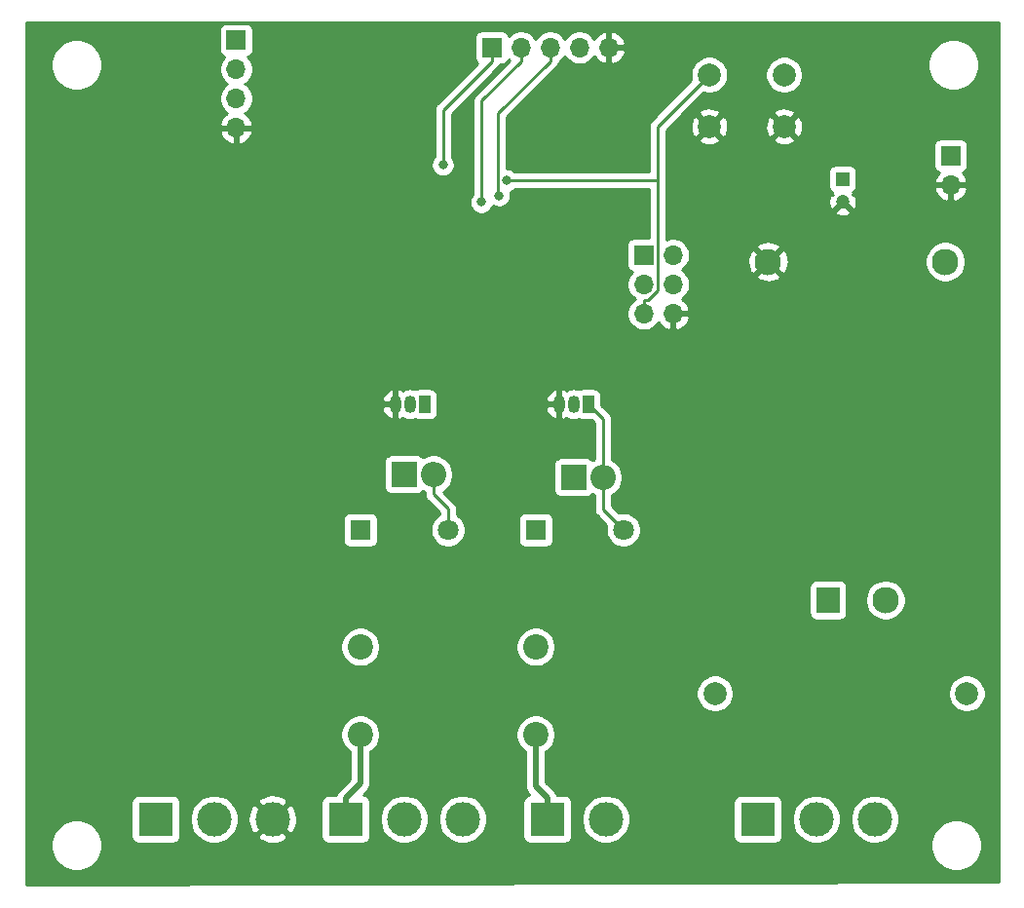
<source format=gbr>
%TF.GenerationSoftware,KiCad,Pcbnew,(5.1.9)-1*%
%TF.CreationDate,2021-09-13T17:44:50+02:00*%
%TF.ProjectId,Sterownik,53746572-6f77-46e6-996b-2e6b69636164,rev?*%
%TF.SameCoordinates,Original*%
%TF.FileFunction,Copper,L2,Bot*%
%TF.FilePolarity,Positive*%
%FSLAX46Y46*%
G04 Gerber Fmt 4.6, Leading zero omitted, Abs format (unit mm)*
G04 Created by KiCad (PCBNEW (5.1.9)-1) date 2021-09-13 17:44:50*
%MOMM*%
%LPD*%
G01*
G04 APERTURE LIST*
%TA.AperFunction,ComponentPad*%
%ADD10O,2.200000X2.200000*%
%TD*%
%TA.AperFunction,ComponentPad*%
%ADD11R,2.200000X2.200000*%
%TD*%
%TA.AperFunction,ComponentPad*%
%ADD12O,1.700000X1.700000*%
%TD*%
%TA.AperFunction,ComponentPad*%
%ADD13R,1.700000X1.700000*%
%TD*%
%TA.AperFunction,ComponentPad*%
%ADD14C,2.000000*%
%TD*%
%TA.AperFunction,ComponentPad*%
%ADD15R,1.050000X1.500000*%
%TD*%
%TA.AperFunction,ComponentPad*%
%ADD16O,1.050000X1.500000*%
%TD*%
%TA.AperFunction,ComponentPad*%
%ADD17C,2.300000*%
%TD*%
%TA.AperFunction,ComponentPad*%
%ADD18R,2.000000X2.300000*%
%TD*%
%TA.AperFunction,ComponentPad*%
%ADD19C,2.200000*%
%TD*%
%TA.AperFunction,ComponentPad*%
%ADD20C,1.800000*%
%TD*%
%TA.AperFunction,ComponentPad*%
%ADD21R,1.800000X1.800000*%
%TD*%
%TA.AperFunction,ComponentPad*%
%ADD22C,3.000000*%
%TD*%
%TA.AperFunction,ComponentPad*%
%ADD23R,3.000000X3.000000*%
%TD*%
%TA.AperFunction,ComponentPad*%
%ADD24C,1.200000*%
%TD*%
%TA.AperFunction,ComponentPad*%
%ADD25R,1.200000X1.200000*%
%TD*%
%TA.AperFunction,ViaPad*%
%ADD26C,0.800000*%
%TD*%
%TA.AperFunction,Conductor*%
%ADD27C,0.250000*%
%TD*%
%TA.AperFunction,Conductor*%
%ADD28C,0.500000*%
%TD*%
%TA.AperFunction,Conductor*%
%ADD29C,0.254000*%
%TD*%
%TA.AperFunction,Conductor*%
%ADD30C,0.100000*%
%TD*%
G04 APERTURE END LIST*
D10*
%TO.P,D2,2*%
%TO.N,Net-(D2-Pad2)*%
X97282000Y-123698000D03*
D11*
%TO.P,D2,1*%
%TO.N,VCC*%
X94742000Y-123698000D03*
%TD*%
D10*
%TO.P,D1,2*%
%TO.N,Net-(D1-Pad2)*%
X82550000Y-123444000D03*
D11*
%TO.P,D1,1*%
%TO.N,VCC*%
X80010000Y-123444000D03*
%TD*%
D12*
%TO.P,J8,2*%
%TO.N,GND*%
X127508000Y-98298000D03*
D13*
%TO.P,J8,1*%
%TO.N,D10*%
X127508000Y-95758000D03*
%TD*%
D14*
%TO.P,SW1,1*%
%TO.N,GND*%
X106530000Y-93218000D03*
%TO.P,SW1,2*%
%TO.N,RESET*%
X106530000Y-88718000D03*
%TO.P,SW1,1*%
%TO.N,GND*%
X113030000Y-93218000D03*
%TO.P,SW1,2*%
%TO.N,RESET*%
X113030000Y-88718000D03*
%TD*%
D15*
%TO.P,Q2,1*%
%TO.N,Net-(D2-Pad2)*%
X96012000Y-117348000D03*
D16*
%TO.P,Q2,3*%
%TO.N,GND*%
X93472000Y-117348000D03*
%TO.P,Q2,2*%
%TO.N,Net-(Q2-Pad2)*%
X94742000Y-117348000D03*
%TD*%
D15*
%TO.P,Q1,1*%
%TO.N,Net-(D1-Pad2)*%
X81788000Y-117348000D03*
D16*
%TO.P,Q1,3*%
%TO.N,GND*%
X79248000Y-117348000D03*
%TO.P,Q1,2*%
%TO.N,Net-(Q1-Pad2)*%
X80518000Y-117348000D03*
%TD*%
D17*
%TO.P,PS1,4*%
%TO.N,VCC*%
X127040000Y-104966000D03*
%TO.P,PS1,2*%
%TO.N,/N*%
X121840000Y-134366000D03*
D18*
%TO.P,PS1,1*%
%TO.N,Net-(F1-Pad1)*%
X116840000Y-134366000D03*
D17*
%TO.P,PS1,3*%
%TO.N,GND*%
X111640000Y-104966000D03*
%TD*%
D19*
%TO.P,K2,14*%
%TO.N,Net-(J7-Pad1)*%
X91440000Y-146050000D03*
%TO.P,K2,11*%
%TO.N,Net-(F1-Pad1)*%
X91440000Y-138430000D03*
D20*
%TO.P,K2,A2*%
%TO.N,Net-(D2-Pad2)*%
X99060000Y-128270000D03*
D21*
%TO.P,K2,A1*%
%TO.N,VCC*%
X91440000Y-128270000D03*
%TD*%
D19*
%TO.P,K1,14*%
%TO.N,Net-(J4-Pad1)*%
X76200000Y-146050000D03*
%TO.P,K1,11*%
%TO.N,Net-(F1-Pad1)*%
X76200000Y-138430000D03*
D20*
%TO.P,K1,A2*%
%TO.N,Net-(D1-Pad2)*%
X83820000Y-128270000D03*
D21*
%TO.P,K1,A1*%
%TO.N,VCC*%
X76200000Y-128270000D03*
%TD*%
D22*
%TO.P,J7,2*%
%TO.N,/N*%
X97536000Y-153416000D03*
D23*
%TO.P,J7,1*%
%TO.N,Net-(J7-Pad1)*%
X92456000Y-153416000D03*
%TD*%
D12*
%TO.P,J6,5*%
%TO.N,GND*%
X97790000Y-86360000D03*
%TO.P,J6,4*%
%TO.N,VCC*%
X95250000Y-86360000D03*
%TO.P,J6,3*%
%TO.N,D4*%
X92710000Y-86360000D03*
%TO.P,J6,2*%
%TO.N,D3*%
X90170000Y-86360000D03*
D13*
%TO.P,J6,1*%
%TO.N,D2*%
X87630000Y-86360000D03*
%TD*%
D12*
%TO.P,J5,4*%
%TO.N,GND*%
X65415000Y-93330000D03*
%TO.P,J5,3*%
%TO.N,A5*%
X65415000Y-90790000D03*
%TO.P,J5,2*%
%TO.N,A4*%
X65415000Y-88250000D03*
D13*
%TO.P,J5,1*%
%TO.N,VCC*%
X65415000Y-85710000D03*
%TD*%
D22*
%TO.P,J4,3*%
%TO.N,/PE*%
X85090000Y-153416000D03*
%TO.P,J4,2*%
%TO.N,/N*%
X80010000Y-153416000D03*
D23*
%TO.P,J4,1*%
%TO.N,Net-(J4-Pad1)*%
X74930000Y-153416000D03*
%TD*%
D12*
%TO.P,J3,6*%
%TO.N,GND*%
X103378000Y-109474000D03*
%TO.P,J3,5*%
%TO.N,RESET*%
X100838000Y-109474000D03*
%TO.P,J3,4*%
%TO.N,D11\u005CMOSI*%
X103378000Y-106934000D03*
%TO.P,J3,3*%
%TO.N,D13\u005CSCK*%
X100838000Y-106934000D03*
%TO.P,J3,2*%
%TO.N,VCC*%
X103378000Y-104394000D03*
D13*
%TO.P,J3,1*%
%TO.N,D12\u005CMISO*%
X100838000Y-104394000D03*
%TD*%
D22*
%TO.P,J2,3*%
%TO.N,GND*%
X68580000Y-153416000D03*
%TO.P,J2,2*%
%TO.N,D8*%
X63500000Y-153416000D03*
D23*
%TO.P,J2,1*%
%TO.N,VCC*%
X58420000Y-153416000D03*
%TD*%
D22*
%TO.P,J1,3*%
%TO.N,/L*%
X120904000Y-153416000D03*
%TO.P,J1,2*%
%TO.N,/N*%
X115824000Y-153416000D03*
D23*
%TO.P,J1,1*%
%TO.N,/PE*%
X110744000Y-153416000D03*
%TD*%
D14*
%TO.P,F1,2*%
%TO.N,/L*%
X128915000Y-142494000D03*
%TO.P,F1,1*%
%TO.N,Net-(F1-Pad1)*%
X107015000Y-142494000D03*
%TD*%
D24*
%TO.P,C3,2*%
%TO.N,GND*%
X118110000Y-99790000D03*
D25*
%TO.P,C3,1*%
%TO.N,VCC*%
X118110000Y-97790000D03*
%TD*%
D26*
%TO.N,D2*%
X83383500Y-96559700D03*
%TO.N,RESET*%
X88899000Y-97912600D03*
%TO.N,D4*%
X88264400Y-99214100D03*
%TO.N,D3*%
X86720200Y-99782800D03*
%TO.N,GND*%
X100413000Y-91709400D03*
X87363300Y-101476100D03*
X67162800Y-108207100D03*
X67162800Y-100516300D03*
X94066500Y-95463800D03*
%TD*%
D27*
%TO.N,D2*%
X87630000Y-86360000D02*
X87630000Y-87535300D01*
X87630000Y-87535300D02*
X83383500Y-91781800D01*
X83383500Y-91781800D02*
X83383500Y-96559700D01*
%TO.N,RESET*%
X102013300Y-97912600D02*
X102013300Y-93234700D01*
X102013300Y-93234700D02*
X106530000Y-88718000D01*
X100838000Y-108298700D02*
X101205400Y-108298700D01*
X101205400Y-108298700D02*
X102013300Y-107490800D01*
X102013300Y-107490800D02*
X102013300Y-97912600D01*
X102013300Y-97912600D02*
X88899000Y-97912600D01*
X100838000Y-109474000D02*
X100838000Y-108298700D01*
%TO.N,D4*%
X92710000Y-87535300D02*
X88173700Y-92071600D01*
X88173700Y-92071600D02*
X88173700Y-99123400D01*
X88173700Y-99123400D02*
X88264400Y-99214100D01*
X92710000Y-86360000D02*
X92710000Y-87535300D01*
%TO.N,D3*%
X90170000Y-86360000D02*
X90170000Y-87535300D01*
X90170000Y-87535300D02*
X86720200Y-90985100D01*
X86720200Y-90985100D02*
X86720200Y-99782800D01*
D28*
%TO.N,Net-(J4-Pad1)*%
X74930000Y-153416000D02*
X74930000Y-151590700D01*
X74930000Y-151590700D02*
X76200000Y-150320700D01*
X76200000Y-150320700D02*
X76200000Y-146050000D01*
%TO.N,Net-(J7-Pad1)*%
X92456000Y-153416000D02*
X92456000Y-151590700D01*
X92456000Y-151590700D02*
X91440000Y-150574700D01*
X91440000Y-150574700D02*
X91440000Y-146050000D01*
D27*
%TO.N,Net-(D1-Pad2)*%
X82550000Y-123444000D02*
X82550000Y-125169300D01*
X82550000Y-125169300D02*
X83820000Y-126439300D01*
X83820000Y-126439300D02*
X83820000Y-128270000D01*
%TO.N,Net-(D2-Pad2)*%
X97536000Y-123444000D02*
X97536000Y-124306600D01*
X97282000Y-118618000D02*
X97282000Y-123698000D01*
X96012000Y-117348000D02*
X97282000Y-118618000D01*
X97282000Y-126492000D02*
X99060000Y-128270000D01*
X97282000Y-123698000D02*
X97282000Y-126492000D01*
%TD*%
D29*
%TO.N,GND*%
X131674000Y-158877455D02*
X47142000Y-159130545D01*
X47142000Y-155481872D01*
X49327000Y-155481872D01*
X49327000Y-155922128D01*
X49412890Y-156353925D01*
X49581369Y-156760669D01*
X49825962Y-157126729D01*
X50137271Y-157438038D01*
X50503331Y-157682631D01*
X50910075Y-157851110D01*
X51341872Y-157937000D01*
X51782128Y-157937000D01*
X52213925Y-157851110D01*
X52620669Y-157682631D01*
X52986729Y-157438038D01*
X53298038Y-157126729D01*
X53542631Y-156760669D01*
X53711110Y-156353925D01*
X53797000Y-155922128D01*
X53797000Y-155481872D01*
X53711110Y-155050075D01*
X53542631Y-154643331D01*
X53298038Y-154277271D01*
X52986729Y-153965962D01*
X52620669Y-153721369D01*
X52213925Y-153552890D01*
X51782128Y-153467000D01*
X51341872Y-153467000D01*
X50910075Y-153552890D01*
X50503331Y-153721369D01*
X50137271Y-153965962D01*
X49825962Y-154277271D01*
X49581369Y-154643331D01*
X49412890Y-155050075D01*
X49327000Y-155481872D01*
X47142000Y-155481872D01*
X47142000Y-151916000D01*
X56281928Y-151916000D01*
X56281928Y-154916000D01*
X56294188Y-155040482D01*
X56330498Y-155160180D01*
X56389463Y-155270494D01*
X56468815Y-155367185D01*
X56565506Y-155446537D01*
X56675820Y-155505502D01*
X56795518Y-155541812D01*
X56920000Y-155554072D01*
X59920000Y-155554072D01*
X60044482Y-155541812D01*
X60164180Y-155505502D01*
X60274494Y-155446537D01*
X60371185Y-155367185D01*
X60450537Y-155270494D01*
X60509502Y-155160180D01*
X60545812Y-155040482D01*
X60558072Y-154916000D01*
X60558072Y-153205721D01*
X61365000Y-153205721D01*
X61365000Y-153626279D01*
X61447047Y-154038756D01*
X61607988Y-154427302D01*
X61841637Y-154776983D01*
X62139017Y-155074363D01*
X62488698Y-155308012D01*
X62877244Y-155468953D01*
X63289721Y-155551000D01*
X63710279Y-155551000D01*
X64122756Y-155468953D01*
X64511302Y-155308012D01*
X64860983Y-155074363D01*
X65027693Y-154907653D01*
X67267952Y-154907653D01*
X67423962Y-155223214D01*
X67798745Y-155414020D01*
X68203551Y-155528044D01*
X68622824Y-155560902D01*
X69040451Y-155511334D01*
X69440383Y-155381243D01*
X69736038Y-155223214D01*
X69892048Y-154907653D01*
X68580000Y-153595605D01*
X67267952Y-154907653D01*
X65027693Y-154907653D01*
X65158363Y-154776983D01*
X65392012Y-154427302D01*
X65552953Y-154038756D01*
X65635000Y-153626279D01*
X65635000Y-153458824D01*
X66435098Y-153458824D01*
X66484666Y-153876451D01*
X66614757Y-154276383D01*
X66772786Y-154572038D01*
X67088347Y-154728048D01*
X68400395Y-153416000D01*
X68759605Y-153416000D01*
X70071653Y-154728048D01*
X70387214Y-154572038D01*
X70578020Y-154197255D01*
X70692044Y-153792449D01*
X70724902Y-153373176D01*
X70675334Y-152955549D01*
X70545243Y-152555617D01*
X70387214Y-152259962D01*
X70071653Y-152103952D01*
X68759605Y-153416000D01*
X68400395Y-153416000D01*
X67088347Y-152103952D01*
X66772786Y-152259962D01*
X66581980Y-152634745D01*
X66467956Y-153039551D01*
X66435098Y-153458824D01*
X65635000Y-153458824D01*
X65635000Y-153205721D01*
X65552953Y-152793244D01*
X65392012Y-152404698D01*
X65158363Y-152055017D01*
X65027693Y-151924347D01*
X67267952Y-151924347D01*
X68580000Y-153236395D01*
X69892048Y-151924347D01*
X69887922Y-151916000D01*
X72791928Y-151916000D01*
X72791928Y-154916000D01*
X72804188Y-155040482D01*
X72840498Y-155160180D01*
X72899463Y-155270494D01*
X72978815Y-155367185D01*
X73075506Y-155446537D01*
X73185820Y-155505502D01*
X73305518Y-155541812D01*
X73430000Y-155554072D01*
X76430000Y-155554072D01*
X76554482Y-155541812D01*
X76674180Y-155505502D01*
X76784494Y-155446537D01*
X76881185Y-155367185D01*
X76960537Y-155270494D01*
X77019502Y-155160180D01*
X77055812Y-155040482D01*
X77068072Y-154916000D01*
X77068072Y-153205721D01*
X77875000Y-153205721D01*
X77875000Y-153626279D01*
X77957047Y-154038756D01*
X78117988Y-154427302D01*
X78351637Y-154776983D01*
X78649017Y-155074363D01*
X78998698Y-155308012D01*
X79387244Y-155468953D01*
X79799721Y-155551000D01*
X80220279Y-155551000D01*
X80632756Y-155468953D01*
X81021302Y-155308012D01*
X81370983Y-155074363D01*
X81668363Y-154776983D01*
X81902012Y-154427302D01*
X82062953Y-154038756D01*
X82145000Y-153626279D01*
X82145000Y-153205721D01*
X82955000Y-153205721D01*
X82955000Y-153626279D01*
X83037047Y-154038756D01*
X83197988Y-154427302D01*
X83431637Y-154776983D01*
X83729017Y-155074363D01*
X84078698Y-155308012D01*
X84467244Y-155468953D01*
X84879721Y-155551000D01*
X85300279Y-155551000D01*
X85712756Y-155468953D01*
X86101302Y-155308012D01*
X86450983Y-155074363D01*
X86748363Y-154776983D01*
X86982012Y-154427302D01*
X87142953Y-154038756D01*
X87225000Y-153626279D01*
X87225000Y-153205721D01*
X87142953Y-152793244D01*
X86982012Y-152404698D01*
X86748363Y-152055017D01*
X86450983Y-151757637D01*
X86101302Y-151523988D01*
X85712756Y-151363047D01*
X85300279Y-151281000D01*
X84879721Y-151281000D01*
X84467244Y-151363047D01*
X84078698Y-151523988D01*
X83729017Y-151757637D01*
X83431637Y-152055017D01*
X83197988Y-152404698D01*
X83037047Y-152793244D01*
X82955000Y-153205721D01*
X82145000Y-153205721D01*
X82062953Y-152793244D01*
X81902012Y-152404698D01*
X81668363Y-152055017D01*
X81370983Y-151757637D01*
X81021302Y-151523988D01*
X80632756Y-151363047D01*
X80220279Y-151281000D01*
X79799721Y-151281000D01*
X79387244Y-151363047D01*
X78998698Y-151523988D01*
X78649017Y-151757637D01*
X78351637Y-152055017D01*
X78117988Y-152404698D01*
X77957047Y-152793244D01*
X77875000Y-153205721D01*
X77068072Y-153205721D01*
X77068072Y-151916000D01*
X77055812Y-151791518D01*
X77019502Y-151671820D01*
X76960537Y-151561506D01*
X76881185Y-151464815D01*
X76784494Y-151385463D01*
X76674180Y-151326498D01*
X76554482Y-151290188D01*
X76488581Y-151283698D01*
X76795050Y-150977229D01*
X76828817Y-150949517D01*
X76939411Y-150814759D01*
X77021589Y-150661013D01*
X77072195Y-150494190D01*
X77085000Y-150364177D01*
X77085000Y-150364167D01*
X77089281Y-150320701D01*
X77085000Y-150277235D01*
X77085000Y-147545329D01*
X77305998Y-147397663D01*
X77547663Y-147155998D01*
X77737537Y-146871831D01*
X77868325Y-146556081D01*
X77935000Y-146220883D01*
X77935000Y-145879117D01*
X89705000Y-145879117D01*
X89705000Y-146220883D01*
X89771675Y-146556081D01*
X89902463Y-146871831D01*
X90092337Y-147155998D01*
X90334002Y-147397663D01*
X90555001Y-147545329D01*
X90555000Y-150531231D01*
X90550719Y-150574700D01*
X90555000Y-150618169D01*
X90555000Y-150618176D01*
X90567805Y-150748189D01*
X90618411Y-150915012D01*
X90700589Y-151068758D01*
X90811183Y-151203517D01*
X90844956Y-151231234D01*
X90897419Y-151283697D01*
X90831518Y-151290188D01*
X90711820Y-151326498D01*
X90601506Y-151385463D01*
X90504815Y-151464815D01*
X90425463Y-151561506D01*
X90366498Y-151671820D01*
X90330188Y-151791518D01*
X90317928Y-151916000D01*
X90317928Y-154916000D01*
X90330188Y-155040482D01*
X90366498Y-155160180D01*
X90425463Y-155270494D01*
X90504815Y-155367185D01*
X90601506Y-155446537D01*
X90711820Y-155505502D01*
X90831518Y-155541812D01*
X90956000Y-155554072D01*
X93956000Y-155554072D01*
X94080482Y-155541812D01*
X94200180Y-155505502D01*
X94310494Y-155446537D01*
X94407185Y-155367185D01*
X94486537Y-155270494D01*
X94545502Y-155160180D01*
X94581812Y-155040482D01*
X94594072Y-154916000D01*
X94594072Y-153205721D01*
X95401000Y-153205721D01*
X95401000Y-153626279D01*
X95483047Y-154038756D01*
X95643988Y-154427302D01*
X95877637Y-154776983D01*
X96175017Y-155074363D01*
X96524698Y-155308012D01*
X96913244Y-155468953D01*
X97325721Y-155551000D01*
X97746279Y-155551000D01*
X98158756Y-155468953D01*
X98547302Y-155308012D01*
X98896983Y-155074363D01*
X99194363Y-154776983D01*
X99428012Y-154427302D01*
X99588953Y-154038756D01*
X99671000Y-153626279D01*
X99671000Y-153205721D01*
X99588953Y-152793244D01*
X99428012Y-152404698D01*
X99194363Y-152055017D01*
X99055346Y-151916000D01*
X108605928Y-151916000D01*
X108605928Y-154916000D01*
X108618188Y-155040482D01*
X108654498Y-155160180D01*
X108713463Y-155270494D01*
X108792815Y-155367185D01*
X108889506Y-155446537D01*
X108999820Y-155505502D01*
X109119518Y-155541812D01*
X109244000Y-155554072D01*
X112244000Y-155554072D01*
X112368482Y-155541812D01*
X112488180Y-155505502D01*
X112598494Y-155446537D01*
X112695185Y-155367185D01*
X112774537Y-155270494D01*
X112833502Y-155160180D01*
X112869812Y-155040482D01*
X112882072Y-154916000D01*
X112882072Y-153205721D01*
X113689000Y-153205721D01*
X113689000Y-153626279D01*
X113771047Y-154038756D01*
X113931988Y-154427302D01*
X114165637Y-154776983D01*
X114463017Y-155074363D01*
X114812698Y-155308012D01*
X115201244Y-155468953D01*
X115613721Y-155551000D01*
X116034279Y-155551000D01*
X116446756Y-155468953D01*
X116835302Y-155308012D01*
X117184983Y-155074363D01*
X117482363Y-154776983D01*
X117716012Y-154427302D01*
X117876953Y-154038756D01*
X117959000Y-153626279D01*
X117959000Y-153205721D01*
X118769000Y-153205721D01*
X118769000Y-153626279D01*
X118851047Y-154038756D01*
X119011988Y-154427302D01*
X119245637Y-154776983D01*
X119543017Y-155074363D01*
X119892698Y-155308012D01*
X120281244Y-155468953D01*
X120693721Y-155551000D01*
X121114279Y-155551000D01*
X121461807Y-155481872D01*
X125781000Y-155481872D01*
X125781000Y-155922128D01*
X125866890Y-156353925D01*
X126035369Y-156760669D01*
X126279962Y-157126729D01*
X126591271Y-157438038D01*
X126957331Y-157682631D01*
X127364075Y-157851110D01*
X127795872Y-157937000D01*
X128236128Y-157937000D01*
X128667925Y-157851110D01*
X129074669Y-157682631D01*
X129440729Y-157438038D01*
X129752038Y-157126729D01*
X129996631Y-156760669D01*
X130165110Y-156353925D01*
X130251000Y-155922128D01*
X130251000Y-155481872D01*
X130165110Y-155050075D01*
X129996631Y-154643331D01*
X129752038Y-154277271D01*
X129440729Y-153965962D01*
X129074669Y-153721369D01*
X128667925Y-153552890D01*
X128236128Y-153467000D01*
X127795872Y-153467000D01*
X127364075Y-153552890D01*
X126957331Y-153721369D01*
X126591271Y-153965962D01*
X126279962Y-154277271D01*
X126035369Y-154643331D01*
X125866890Y-155050075D01*
X125781000Y-155481872D01*
X121461807Y-155481872D01*
X121526756Y-155468953D01*
X121915302Y-155308012D01*
X122264983Y-155074363D01*
X122562363Y-154776983D01*
X122796012Y-154427302D01*
X122956953Y-154038756D01*
X123039000Y-153626279D01*
X123039000Y-153205721D01*
X122956953Y-152793244D01*
X122796012Y-152404698D01*
X122562363Y-152055017D01*
X122264983Y-151757637D01*
X121915302Y-151523988D01*
X121526756Y-151363047D01*
X121114279Y-151281000D01*
X120693721Y-151281000D01*
X120281244Y-151363047D01*
X119892698Y-151523988D01*
X119543017Y-151757637D01*
X119245637Y-152055017D01*
X119011988Y-152404698D01*
X118851047Y-152793244D01*
X118769000Y-153205721D01*
X117959000Y-153205721D01*
X117876953Y-152793244D01*
X117716012Y-152404698D01*
X117482363Y-152055017D01*
X117184983Y-151757637D01*
X116835302Y-151523988D01*
X116446756Y-151363047D01*
X116034279Y-151281000D01*
X115613721Y-151281000D01*
X115201244Y-151363047D01*
X114812698Y-151523988D01*
X114463017Y-151757637D01*
X114165637Y-152055017D01*
X113931988Y-152404698D01*
X113771047Y-152793244D01*
X113689000Y-153205721D01*
X112882072Y-153205721D01*
X112882072Y-151916000D01*
X112869812Y-151791518D01*
X112833502Y-151671820D01*
X112774537Y-151561506D01*
X112695185Y-151464815D01*
X112598494Y-151385463D01*
X112488180Y-151326498D01*
X112368482Y-151290188D01*
X112244000Y-151277928D01*
X109244000Y-151277928D01*
X109119518Y-151290188D01*
X108999820Y-151326498D01*
X108889506Y-151385463D01*
X108792815Y-151464815D01*
X108713463Y-151561506D01*
X108654498Y-151671820D01*
X108618188Y-151791518D01*
X108605928Y-151916000D01*
X99055346Y-151916000D01*
X98896983Y-151757637D01*
X98547302Y-151523988D01*
X98158756Y-151363047D01*
X97746279Y-151281000D01*
X97325721Y-151281000D01*
X96913244Y-151363047D01*
X96524698Y-151523988D01*
X96175017Y-151757637D01*
X95877637Y-152055017D01*
X95643988Y-152404698D01*
X95483047Y-152793244D01*
X95401000Y-153205721D01*
X94594072Y-153205721D01*
X94594072Y-151916000D01*
X94581812Y-151791518D01*
X94545502Y-151671820D01*
X94486537Y-151561506D01*
X94407185Y-151464815D01*
X94310494Y-151385463D01*
X94200180Y-151326498D01*
X94080482Y-151290188D01*
X93956000Y-151277928D01*
X93285944Y-151277928D01*
X93277589Y-151250387D01*
X93195411Y-151096641D01*
X93165431Y-151060111D01*
X93112532Y-150995653D01*
X93112530Y-150995651D01*
X93084817Y-150961883D01*
X93051049Y-150934170D01*
X92325000Y-150208122D01*
X92325000Y-147545329D01*
X92545998Y-147397663D01*
X92787663Y-147155998D01*
X92977537Y-146871831D01*
X93108325Y-146556081D01*
X93175000Y-146220883D01*
X93175000Y-145879117D01*
X93108325Y-145543919D01*
X92977537Y-145228169D01*
X92787663Y-144944002D01*
X92545998Y-144702337D01*
X92261831Y-144512463D01*
X91946081Y-144381675D01*
X91610883Y-144315000D01*
X91269117Y-144315000D01*
X90933919Y-144381675D01*
X90618169Y-144512463D01*
X90334002Y-144702337D01*
X90092337Y-144944002D01*
X89902463Y-145228169D01*
X89771675Y-145543919D01*
X89705000Y-145879117D01*
X77935000Y-145879117D01*
X77868325Y-145543919D01*
X77737537Y-145228169D01*
X77547663Y-144944002D01*
X77305998Y-144702337D01*
X77021831Y-144512463D01*
X76706081Y-144381675D01*
X76370883Y-144315000D01*
X76029117Y-144315000D01*
X75693919Y-144381675D01*
X75378169Y-144512463D01*
X75094002Y-144702337D01*
X74852337Y-144944002D01*
X74662463Y-145228169D01*
X74531675Y-145543919D01*
X74465000Y-145879117D01*
X74465000Y-146220883D01*
X74531675Y-146556081D01*
X74662463Y-146871831D01*
X74852337Y-147155998D01*
X75094002Y-147397663D01*
X75315001Y-147545329D01*
X75315000Y-149954121D01*
X74334951Y-150934171D01*
X74301184Y-150961883D01*
X74273471Y-150995651D01*
X74273468Y-150995654D01*
X74190590Y-151096641D01*
X74108412Y-151250387D01*
X74100057Y-151277928D01*
X73430000Y-151277928D01*
X73305518Y-151290188D01*
X73185820Y-151326498D01*
X73075506Y-151385463D01*
X72978815Y-151464815D01*
X72899463Y-151561506D01*
X72840498Y-151671820D01*
X72804188Y-151791518D01*
X72791928Y-151916000D01*
X69887922Y-151916000D01*
X69736038Y-151608786D01*
X69361255Y-151417980D01*
X68956449Y-151303956D01*
X68537176Y-151271098D01*
X68119549Y-151320666D01*
X67719617Y-151450757D01*
X67423962Y-151608786D01*
X67267952Y-151924347D01*
X65027693Y-151924347D01*
X64860983Y-151757637D01*
X64511302Y-151523988D01*
X64122756Y-151363047D01*
X63710279Y-151281000D01*
X63289721Y-151281000D01*
X62877244Y-151363047D01*
X62488698Y-151523988D01*
X62139017Y-151757637D01*
X61841637Y-152055017D01*
X61607988Y-152404698D01*
X61447047Y-152793244D01*
X61365000Y-153205721D01*
X60558072Y-153205721D01*
X60558072Y-151916000D01*
X60545812Y-151791518D01*
X60509502Y-151671820D01*
X60450537Y-151561506D01*
X60371185Y-151464815D01*
X60274494Y-151385463D01*
X60164180Y-151326498D01*
X60044482Y-151290188D01*
X59920000Y-151277928D01*
X56920000Y-151277928D01*
X56795518Y-151290188D01*
X56675820Y-151326498D01*
X56565506Y-151385463D01*
X56468815Y-151464815D01*
X56389463Y-151561506D01*
X56330498Y-151671820D01*
X56294188Y-151791518D01*
X56281928Y-151916000D01*
X47142000Y-151916000D01*
X47142000Y-142332967D01*
X105380000Y-142332967D01*
X105380000Y-142655033D01*
X105442832Y-142970912D01*
X105566082Y-143268463D01*
X105745013Y-143536252D01*
X105972748Y-143763987D01*
X106240537Y-143942918D01*
X106538088Y-144066168D01*
X106853967Y-144129000D01*
X107176033Y-144129000D01*
X107491912Y-144066168D01*
X107789463Y-143942918D01*
X108057252Y-143763987D01*
X108284987Y-143536252D01*
X108463918Y-143268463D01*
X108587168Y-142970912D01*
X108650000Y-142655033D01*
X108650000Y-142332967D01*
X127280000Y-142332967D01*
X127280000Y-142655033D01*
X127342832Y-142970912D01*
X127466082Y-143268463D01*
X127645013Y-143536252D01*
X127872748Y-143763987D01*
X128140537Y-143942918D01*
X128438088Y-144066168D01*
X128753967Y-144129000D01*
X129076033Y-144129000D01*
X129391912Y-144066168D01*
X129689463Y-143942918D01*
X129957252Y-143763987D01*
X130184987Y-143536252D01*
X130363918Y-143268463D01*
X130487168Y-142970912D01*
X130550000Y-142655033D01*
X130550000Y-142332967D01*
X130487168Y-142017088D01*
X130363918Y-141719537D01*
X130184987Y-141451748D01*
X129957252Y-141224013D01*
X129689463Y-141045082D01*
X129391912Y-140921832D01*
X129076033Y-140859000D01*
X128753967Y-140859000D01*
X128438088Y-140921832D01*
X128140537Y-141045082D01*
X127872748Y-141224013D01*
X127645013Y-141451748D01*
X127466082Y-141719537D01*
X127342832Y-142017088D01*
X127280000Y-142332967D01*
X108650000Y-142332967D01*
X108587168Y-142017088D01*
X108463918Y-141719537D01*
X108284987Y-141451748D01*
X108057252Y-141224013D01*
X107789463Y-141045082D01*
X107491912Y-140921832D01*
X107176033Y-140859000D01*
X106853967Y-140859000D01*
X106538088Y-140921832D01*
X106240537Y-141045082D01*
X105972748Y-141224013D01*
X105745013Y-141451748D01*
X105566082Y-141719537D01*
X105442832Y-142017088D01*
X105380000Y-142332967D01*
X47142000Y-142332967D01*
X47142000Y-138259117D01*
X74465000Y-138259117D01*
X74465000Y-138600883D01*
X74531675Y-138936081D01*
X74662463Y-139251831D01*
X74852337Y-139535998D01*
X75094002Y-139777663D01*
X75378169Y-139967537D01*
X75693919Y-140098325D01*
X76029117Y-140165000D01*
X76370883Y-140165000D01*
X76706081Y-140098325D01*
X77021831Y-139967537D01*
X77305998Y-139777663D01*
X77547663Y-139535998D01*
X77737537Y-139251831D01*
X77868325Y-138936081D01*
X77935000Y-138600883D01*
X77935000Y-138259117D01*
X89705000Y-138259117D01*
X89705000Y-138600883D01*
X89771675Y-138936081D01*
X89902463Y-139251831D01*
X90092337Y-139535998D01*
X90334002Y-139777663D01*
X90618169Y-139967537D01*
X90933919Y-140098325D01*
X91269117Y-140165000D01*
X91610883Y-140165000D01*
X91946081Y-140098325D01*
X92261831Y-139967537D01*
X92545998Y-139777663D01*
X92787663Y-139535998D01*
X92977537Y-139251831D01*
X93108325Y-138936081D01*
X93175000Y-138600883D01*
X93175000Y-138259117D01*
X93108325Y-137923919D01*
X92977537Y-137608169D01*
X92787663Y-137324002D01*
X92545998Y-137082337D01*
X92261831Y-136892463D01*
X91946081Y-136761675D01*
X91610883Y-136695000D01*
X91269117Y-136695000D01*
X90933919Y-136761675D01*
X90618169Y-136892463D01*
X90334002Y-137082337D01*
X90092337Y-137324002D01*
X89902463Y-137608169D01*
X89771675Y-137923919D01*
X89705000Y-138259117D01*
X77935000Y-138259117D01*
X77868325Y-137923919D01*
X77737537Y-137608169D01*
X77547663Y-137324002D01*
X77305998Y-137082337D01*
X77021831Y-136892463D01*
X76706081Y-136761675D01*
X76370883Y-136695000D01*
X76029117Y-136695000D01*
X75693919Y-136761675D01*
X75378169Y-136892463D01*
X75094002Y-137082337D01*
X74852337Y-137324002D01*
X74662463Y-137608169D01*
X74531675Y-137923919D01*
X74465000Y-138259117D01*
X47142000Y-138259117D01*
X47142000Y-133216000D01*
X115201928Y-133216000D01*
X115201928Y-135516000D01*
X115214188Y-135640482D01*
X115250498Y-135760180D01*
X115309463Y-135870494D01*
X115388815Y-135967185D01*
X115485506Y-136046537D01*
X115595820Y-136105502D01*
X115715518Y-136141812D01*
X115840000Y-136154072D01*
X117840000Y-136154072D01*
X117964482Y-136141812D01*
X118084180Y-136105502D01*
X118194494Y-136046537D01*
X118291185Y-135967185D01*
X118370537Y-135870494D01*
X118429502Y-135760180D01*
X118465812Y-135640482D01*
X118478072Y-135516000D01*
X118478072Y-134190193D01*
X120055000Y-134190193D01*
X120055000Y-134541807D01*
X120123596Y-134886665D01*
X120258153Y-135211515D01*
X120453500Y-135503871D01*
X120702129Y-135752500D01*
X120994485Y-135947847D01*
X121319335Y-136082404D01*
X121664193Y-136151000D01*
X122015807Y-136151000D01*
X122360665Y-136082404D01*
X122685515Y-135947847D01*
X122977871Y-135752500D01*
X123226500Y-135503871D01*
X123421847Y-135211515D01*
X123556404Y-134886665D01*
X123625000Y-134541807D01*
X123625000Y-134190193D01*
X123556404Y-133845335D01*
X123421847Y-133520485D01*
X123226500Y-133228129D01*
X122977871Y-132979500D01*
X122685515Y-132784153D01*
X122360665Y-132649596D01*
X122015807Y-132581000D01*
X121664193Y-132581000D01*
X121319335Y-132649596D01*
X120994485Y-132784153D01*
X120702129Y-132979500D01*
X120453500Y-133228129D01*
X120258153Y-133520485D01*
X120123596Y-133845335D01*
X120055000Y-134190193D01*
X118478072Y-134190193D01*
X118478072Y-133216000D01*
X118465812Y-133091518D01*
X118429502Y-132971820D01*
X118370537Y-132861506D01*
X118291185Y-132764815D01*
X118194494Y-132685463D01*
X118084180Y-132626498D01*
X117964482Y-132590188D01*
X117840000Y-132577928D01*
X115840000Y-132577928D01*
X115715518Y-132590188D01*
X115595820Y-132626498D01*
X115485506Y-132685463D01*
X115388815Y-132764815D01*
X115309463Y-132861506D01*
X115250498Y-132971820D01*
X115214188Y-133091518D01*
X115201928Y-133216000D01*
X47142000Y-133216000D01*
X47142000Y-127370000D01*
X74661928Y-127370000D01*
X74661928Y-129170000D01*
X74674188Y-129294482D01*
X74710498Y-129414180D01*
X74769463Y-129524494D01*
X74848815Y-129621185D01*
X74945506Y-129700537D01*
X75055820Y-129759502D01*
X75175518Y-129795812D01*
X75300000Y-129808072D01*
X77100000Y-129808072D01*
X77224482Y-129795812D01*
X77344180Y-129759502D01*
X77454494Y-129700537D01*
X77551185Y-129621185D01*
X77630537Y-129524494D01*
X77689502Y-129414180D01*
X77725812Y-129294482D01*
X77738072Y-129170000D01*
X77738072Y-127370000D01*
X77725812Y-127245518D01*
X77689502Y-127125820D01*
X77630537Y-127015506D01*
X77551185Y-126918815D01*
X77454494Y-126839463D01*
X77344180Y-126780498D01*
X77224482Y-126744188D01*
X77100000Y-126731928D01*
X75300000Y-126731928D01*
X75175518Y-126744188D01*
X75055820Y-126780498D01*
X74945506Y-126839463D01*
X74848815Y-126918815D01*
X74769463Y-127015506D01*
X74710498Y-127125820D01*
X74674188Y-127245518D01*
X74661928Y-127370000D01*
X47142000Y-127370000D01*
X47142000Y-122344000D01*
X78271928Y-122344000D01*
X78271928Y-124544000D01*
X78284188Y-124668482D01*
X78320498Y-124788180D01*
X78379463Y-124898494D01*
X78458815Y-124995185D01*
X78555506Y-125074537D01*
X78665820Y-125133502D01*
X78785518Y-125169812D01*
X78910000Y-125182072D01*
X81110000Y-125182072D01*
X81234482Y-125169812D01*
X81354180Y-125133502D01*
X81464494Y-125074537D01*
X81561185Y-124995185D01*
X81627557Y-124914310D01*
X81728169Y-124981537D01*
X81790001Y-125007149D01*
X81790001Y-125131968D01*
X81786324Y-125169300D01*
X81800998Y-125318285D01*
X81844454Y-125461546D01*
X81915026Y-125593576D01*
X81982361Y-125675623D01*
X82010000Y-125709301D01*
X82038998Y-125733099D01*
X83060000Y-126754102D01*
X83060000Y-126931687D01*
X82841495Y-127077688D01*
X82627688Y-127291495D01*
X82459701Y-127542905D01*
X82343989Y-127822257D01*
X82285000Y-128118816D01*
X82285000Y-128421184D01*
X82343989Y-128717743D01*
X82459701Y-128997095D01*
X82627688Y-129248505D01*
X82841495Y-129462312D01*
X83092905Y-129630299D01*
X83372257Y-129746011D01*
X83668816Y-129805000D01*
X83971184Y-129805000D01*
X84267743Y-129746011D01*
X84547095Y-129630299D01*
X84798505Y-129462312D01*
X85012312Y-129248505D01*
X85180299Y-128997095D01*
X85296011Y-128717743D01*
X85355000Y-128421184D01*
X85355000Y-128118816D01*
X85296011Y-127822257D01*
X85180299Y-127542905D01*
X85064768Y-127370000D01*
X89901928Y-127370000D01*
X89901928Y-129170000D01*
X89914188Y-129294482D01*
X89950498Y-129414180D01*
X90009463Y-129524494D01*
X90088815Y-129621185D01*
X90185506Y-129700537D01*
X90295820Y-129759502D01*
X90415518Y-129795812D01*
X90540000Y-129808072D01*
X92340000Y-129808072D01*
X92464482Y-129795812D01*
X92584180Y-129759502D01*
X92694494Y-129700537D01*
X92791185Y-129621185D01*
X92870537Y-129524494D01*
X92929502Y-129414180D01*
X92965812Y-129294482D01*
X92978072Y-129170000D01*
X92978072Y-127370000D01*
X92965812Y-127245518D01*
X92929502Y-127125820D01*
X92870537Y-127015506D01*
X92791185Y-126918815D01*
X92694494Y-126839463D01*
X92584180Y-126780498D01*
X92464482Y-126744188D01*
X92340000Y-126731928D01*
X90540000Y-126731928D01*
X90415518Y-126744188D01*
X90295820Y-126780498D01*
X90185506Y-126839463D01*
X90088815Y-126918815D01*
X90009463Y-127015506D01*
X89950498Y-127125820D01*
X89914188Y-127245518D01*
X89901928Y-127370000D01*
X85064768Y-127370000D01*
X85012312Y-127291495D01*
X84798505Y-127077688D01*
X84580000Y-126931687D01*
X84580000Y-126476622D01*
X84583676Y-126439299D01*
X84580000Y-126401976D01*
X84580000Y-126401967D01*
X84569003Y-126290314D01*
X84525546Y-126147053D01*
X84454974Y-126015024D01*
X84360001Y-125899299D01*
X84331004Y-125875502D01*
X83410920Y-124955419D01*
X83655998Y-124791663D01*
X83897663Y-124549998D01*
X84087537Y-124265831D01*
X84218325Y-123950081D01*
X84285000Y-123614883D01*
X84285000Y-123273117D01*
X84218325Y-122937919D01*
X84087537Y-122622169D01*
X84071388Y-122598000D01*
X93003928Y-122598000D01*
X93003928Y-124798000D01*
X93016188Y-124922482D01*
X93052498Y-125042180D01*
X93111463Y-125152494D01*
X93190815Y-125249185D01*
X93287506Y-125328537D01*
X93397820Y-125387502D01*
X93517518Y-125423812D01*
X93642000Y-125436072D01*
X95842000Y-125436072D01*
X95966482Y-125423812D01*
X96086180Y-125387502D01*
X96196494Y-125328537D01*
X96293185Y-125249185D01*
X96359557Y-125168310D01*
X96460169Y-125235537D01*
X96522001Y-125261148D01*
X96522001Y-126454668D01*
X96518324Y-126492000D01*
X96532998Y-126640985D01*
X96576454Y-126784246D01*
X96647026Y-126916276D01*
X96698750Y-126979301D01*
X96742000Y-127032001D01*
X96770998Y-127055799D01*
X97576269Y-127861070D01*
X97525000Y-128118816D01*
X97525000Y-128421184D01*
X97583989Y-128717743D01*
X97699701Y-128997095D01*
X97867688Y-129248505D01*
X98081495Y-129462312D01*
X98332905Y-129630299D01*
X98612257Y-129746011D01*
X98908816Y-129805000D01*
X99211184Y-129805000D01*
X99507743Y-129746011D01*
X99787095Y-129630299D01*
X100038505Y-129462312D01*
X100252312Y-129248505D01*
X100420299Y-128997095D01*
X100536011Y-128717743D01*
X100595000Y-128421184D01*
X100595000Y-128118816D01*
X100536011Y-127822257D01*
X100420299Y-127542905D01*
X100252312Y-127291495D01*
X100038505Y-127077688D01*
X99787095Y-126909701D01*
X99507743Y-126793989D01*
X99211184Y-126735000D01*
X98908816Y-126735000D01*
X98651070Y-126786269D01*
X98042000Y-126177199D01*
X98042000Y-125261148D01*
X98103831Y-125235537D01*
X98387998Y-125045663D01*
X98629663Y-124803998D01*
X98819537Y-124519831D01*
X98950325Y-124204081D01*
X99017000Y-123868883D01*
X99017000Y-123527117D01*
X98950325Y-123191919D01*
X98819537Y-122876169D01*
X98629663Y-122592002D01*
X98387998Y-122350337D01*
X98103831Y-122160463D01*
X98042000Y-122134852D01*
X98042000Y-118655322D01*
X98045676Y-118617999D01*
X98042000Y-118580676D01*
X98042000Y-118580667D01*
X98031003Y-118469014D01*
X97987546Y-118325753D01*
X97916974Y-118193724D01*
X97822001Y-118077999D01*
X97793004Y-118054202D01*
X97175072Y-117436271D01*
X97175072Y-116598000D01*
X97162812Y-116473518D01*
X97126502Y-116353820D01*
X97067537Y-116243506D01*
X96988185Y-116146815D01*
X96891494Y-116067463D01*
X96781180Y-116008498D01*
X96661482Y-115972188D01*
X96537000Y-115959928D01*
X95487000Y-115959928D01*
X95362518Y-115972188D01*
X95242820Y-116008498D01*
X95178098Y-116043093D01*
X94969400Y-115979785D01*
X94742000Y-115957388D01*
X94514601Y-115979785D01*
X94295941Y-116046115D01*
X94107331Y-116146929D01*
X94048882Y-116105725D01*
X93839337Y-116012728D01*
X93777810Y-116004036D01*
X93599000Y-116129837D01*
X93599000Y-116894891D01*
X93598785Y-116895600D01*
X93582000Y-117066021D01*
X93582000Y-117629978D01*
X93598785Y-117800399D01*
X93599000Y-117801108D01*
X93599000Y-118566163D01*
X93777810Y-118691964D01*
X93839337Y-118683272D01*
X94048882Y-118590275D01*
X94107331Y-118549071D01*
X94295940Y-118649885D01*
X94514600Y-118716215D01*
X94742000Y-118738612D01*
X94969399Y-118716215D01*
X95178098Y-118652907D01*
X95242820Y-118687502D01*
X95362518Y-118723812D01*
X95487000Y-118736072D01*
X96325270Y-118736072D01*
X96522000Y-118932802D01*
X96522001Y-122134851D01*
X96460169Y-122160463D01*
X96359557Y-122227690D01*
X96293185Y-122146815D01*
X96196494Y-122067463D01*
X96086180Y-122008498D01*
X95966482Y-121972188D01*
X95842000Y-121959928D01*
X93642000Y-121959928D01*
X93517518Y-121972188D01*
X93397820Y-122008498D01*
X93287506Y-122067463D01*
X93190815Y-122146815D01*
X93111463Y-122243506D01*
X93052498Y-122353820D01*
X93016188Y-122473518D01*
X93003928Y-122598000D01*
X84071388Y-122598000D01*
X83897663Y-122338002D01*
X83655998Y-122096337D01*
X83371831Y-121906463D01*
X83056081Y-121775675D01*
X82720883Y-121709000D01*
X82379117Y-121709000D01*
X82043919Y-121775675D01*
X81728169Y-121906463D01*
X81627557Y-121973690D01*
X81561185Y-121892815D01*
X81464494Y-121813463D01*
X81354180Y-121754498D01*
X81234482Y-121718188D01*
X81110000Y-121705928D01*
X78910000Y-121705928D01*
X78785518Y-121718188D01*
X78665820Y-121754498D01*
X78555506Y-121813463D01*
X78458815Y-121892815D01*
X78379463Y-121989506D01*
X78320498Y-122099820D01*
X78284188Y-122219518D01*
X78271928Y-122344000D01*
X47142000Y-122344000D01*
X47142000Y-117658507D01*
X78081669Y-117658507D01*
X78120761Y-117884404D01*
X78203172Y-118098334D01*
X78325736Y-118292076D01*
X78483742Y-118458184D01*
X78671118Y-118590275D01*
X78880663Y-118683272D01*
X78942190Y-118691964D01*
X79121000Y-118566163D01*
X79121000Y-117475000D01*
X78241402Y-117475000D01*
X78081669Y-117658507D01*
X47142000Y-117658507D01*
X47142000Y-117037493D01*
X78081669Y-117037493D01*
X78241402Y-117221000D01*
X79121000Y-117221000D01*
X79121000Y-117066021D01*
X79358000Y-117066021D01*
X79358000Y-117629978D01*
X79374785Y-117800399D01*
X79375000Y-117801108D01*
X79375000Y-118566163D01*
X79553810Y-118691964D01*
X79615337Y-118683272D01*
X79824882Y-118590275D01*
X79883331Y-118549071D01*
X80071940Y-118649885D01*
X80290600Y-118716215D01*
X80518000Y-118738612D01*
X80745399Y-118716215D01*
X80954098Y-118652907D01*
X81018820Y-118687502D01*
X81138518Y-118723812D01*
X81263000Y-118736072D01*
X82313000Y-118736072D01*
X82437482Y-118723812D01*
X82557180Y-118687502D01*
X82667494Y-118628537D01*
X82764185Y-118549185D01*
X82843537Y-118452494D01*
X82902502Y-118342180D01*
X82938812Y-118222482D01*
X82951072Y-118098000D01*
X82951072Y-117658507D01*
X92305669Y-117658507D01*
X92344761Y-117884404D01*
X92427172Y-118098334D01*
X92549736Y-118292076D01*
X92707742Y-118458184D01*
X92895118Y-118590275D01*
X93104663Y-118683272D01*
X93166190Y-118691964D01*
X93345000Y-118566163D01*
X93345000Y-117475000D01*
X92465402Y-117475000D01*
X92305669Y-117658507D01*
X82951072Y-117658507D01*
X82951072Y-117037493D01*
X92305669Y-117037493D01*
X92465402Y-117221000D01*
X93345000Y-117221000D01*
X93345000Y-116129837D01*
X93166190Y-116004036D01*
X93104663Y-116012728D01*
X92895118Y-116105725D01*
X92707742Y-116237816D01*
X92549736Y-116403924D01*
X92427172Y-116597666D01*
X92344761Y-116811596D01*
X92305669Y-117037493D01*
X82951072Y-117037493D01*
X82951072Y-116598000D01*
X82938812Y-116473518D01*
X82902502Y-116353820D01*
X82843537Y-116243506D01*
X82764185Y-116146815D01*
X82667494Y-116067463D01*
X82557180Y-116008498D01*
X82437482Y-115972188D01*
X82313000Y-115959928D01*
X81263000Y-115959928D01*
X81138518Y-115972188D01*
X81018820Y-116008498D01*
X80954098Y-116043093D01*
X80745400Y-115979785D01*
X80518000Y-115957388D01*
X80290601Y-115979785D01*
X80071941Y-116046115D01*
X79883331Y-116146929D01*
X79824882Y-116105725D01*
X79615337Y-116012728D01*
X79553810Y-116004036D01*
X79375000Y-116129837D01*
X79375000Y-116894891D01*
X79374785Y-116895600D01*
X79358000Y-117066021D01*
X79121000Y-117066021D01*
X79121000Y-116129837D01*
X78942190Y-116004036D01*
X78880663Y-116012728D01*
X78671118Y-116105725D01*
X78483742Y-116237816D01*
X78325736Y-116403924D01*
X78203172Y-116597666D01*
X78120761Y-116811596D01*
X78081669Y-117037493D01*
X47142000Y-117037493D01*
X47142000Y-96457761D01*
X82348500Y-96457761D01*
X82348500Y-96661639D01*
X82388274Y-96861598D01*
X82466295Y-97049956D01*
X82579563Y-97219474D01*
X82723726Y-97363637D01*
X82893244Y-97476905D01*
X83081602Y-97554926D01*
X83281561Y-97594700D01*
X83485439Y-97594700D01*
X83685398Y-97554926D01*
X83873756Y-97476905D01*
X84043274Y-97363637D01*
X84187437Y-97219474D01*
X84300705Y-97049956D01*
X84378726Y-96861598D01*
X84418500Y-96661639D01*
X84418500Y-96457761D01*
X84378726Y-96257802D01*
X84300705Y-96069444D01*
X84187437Y-95899926D01*
X84143500Y-95855989D01*
X84143500Y-92096601D01*
X88141003Y-88099099D01*
X88170001Y-88075301D01*
X88196332Y-88043217D01*
X88264974Y-87959577D01*
X88324575Y-87848072D01*
X88480000Y-87848072D01*
X88604482Y-87835812D01*
X88724180Y-87799502D01*
X88834494Y-87740537D01*
X88931185Y-87661185D01*
X89010537Y-87564494D01*
X89069502Y-87454180D01*
X89091513Y-87381620D01*
X89170196Y-87460303D01*
X86209203Y-90421296D01*
X86180199Y-90445099D01*
X86125071Y-90512274D01*
X86085226Y-90560824D01*
X86040906Y-90643740D01*
X86014654Y-90692854D01*
X85971197Y-90836115D01*
X85960200Y-90947768D01*
X85960200Y-90947778D01*
X85956524Y-90985100D01*
X85960200Y-91022422D01*
X85960201Y-99079088D01*
X85916263Y-99123026D01*
X85802995Y-99292544D01*
X85724974Y-99480902D01*
X85685200Y-99680861D01*
X85685200Y-99884739D01*
X85724974Y-100084698D01*
X85802995Y-100273056D01*
X85916263Y-100442574D01*
X86060426Y-100586737D01*
X86229944Y-100700005D01*
X86418302Y-100778026D01*
X86618261Y-100817800D01*
X86822139Y-100817800D01*
X87022098Y-100778026D01*
X87210456Y-100700005D01*
X87379974Y-100586737D01*
X87524137Y-100442574D01*
X87637405Y-100273056D01*
X87713034Y-100090473D01*
X87774144Y-100131305D01*
X87962502Y-100209326D01*
X88162461Y-100249100D01*
X88366339Y-100249100D01*
X88566298Y-100209326D01*
X88754656Y-100131305D01*
X88924174Y-100018037D01*
X89068337Y-99873874D01*
X89181605Y-99704356D01*
X89259626Y-99515998D01*
X89299400Y-99316039D01*
X89299400Y-99112161D01*
X89259626Y-98912202D01*
X89249478Y-98887703D01*
X89389256Y-98829805D01*
X89558774Y-98716537D01*
X89602711Y-98672600D01*
X101253301Y-98672600D01*
X101253300Y-102905928D01*
X99988000Y-102905928D01*
X99863518Y-102918188D01*
X99743820Y-102954498D01*
X99633506Y-103013463D01*
X99536815Y-103092815D01*
X99457463Y-103189506D01*
X99398498Y-103299820D01*
X99362188Y-103419518D01*
X99349928Y-103544000D01*
X99349928Y-105244000D01*
X99362188Y-105368482D01*
X99398498Y-105488180D01*
X99457463Y-105598494D01*
X99536815Y-105695185D01*
X99633506Y-105774537D01*
X99743820Y-105833502D01*
X99816380Y-105855513D01*
X99684525Y-105987368D01*
X99522010Y-106230589D01*
X99410068Y-106500842D01*
X99353000Y-106787740D01*
X99353000Y-107080260D01*
X99410068Y-107367158D01*
X99522010Y-107637411D01*
X99684525Y-107880632D01*
X99891368Y-108087475D01*
X100065760Y-108204000D01*
X99891368Y-108320525D01*
X99684525Y-108527368D01*
X99522010Y-108770589D01*
X99410068Y-109040842D01*
X99353000Y-109327740D01*
X99353000Y-109620260D01*
X99410068Y-109907158D01*
X99522010Y-110177411D01*
X99684525Y-110420632D01*
X99891368Y-110627475D01*
X100134589Y-110789990D01*
X100404842Y-110901932D01*
X100691740Y-110959000D01*
X100984260Y-110959000D01*
X101271158Y-110901932D01*
X101541411Y-110789990D01*
X101784632Y-110627475D01*
X101991475Y-110420632D01*
X102109100Y-110244594D01*
X102280412Y-110474269D01*
X102496645Y-110669178D01*
X102746748Y-110818157D01*
X103021109Y-110915481D01*
X103251000Y-110794814D01*
X103251000Y-109601000D01*
X103505000Y-109601000D01*
X103505000Y-110794814D01*
X103734891Y-110915481D01*
X104009252Y-110818157D01*
X104259355Y-110669178D01*
X104475588Y-110474269D01*
X104649641Y-110240920D01*
X104774825Y-109978099D01*
X104819476Y-109830890D01*
X104698155Y-109601000D01*
X103505000Y-109601000D01*
X103251000Y-109601000D01*
X103231000Y-109601000D01*
X103231000Y-109347000D01*
X103251000Y-109347000D01*
X103251000Y-109327000D01*
X103505000Y-109327000D01*
X103505000Y-109347000D01*
X104698155Y-109347000D01*
X104819476Y-109117110D01*
X104774825Y-108969901D01*
X104649641Y-108707080D01*
X104475588Y-108473731D01*
X104259355Y-108278822D01*
X104142466Y-108209195D01*
X104324632Y-108087475D01*
X104531475Y-107880632D01*
X104693990Y-107637411D01*
X104805932Y-107367158D01*
X104863000Y-107080260D01*
X104863000Y-106787740D01*
X104805932Y-106500842D01*
X104693990Y-106230589D01*
X104679130Y-106208349D01*
X110577256Y-106208349D01*
X110691118Y-106488090D01*
X111006296Y-106643961D01*
X111345826Y-106735349D01*
X111696661Y-106758741D01*
X112045319Y-106713240D01*
X112378400Y-106600594D01*
X112588882Y-106488090D01*
X112702744Y-106208349D01*
X111640000Y-105145605D01*
X110577256Y-106208349D01*
X104679130Y-106208349D01*
X104531475Y-105987368D01*
X104324632Y-105780525D01*
X104150240Y-105664000D01*
X104324632Y-105547475D01*
X104531475Y-105340632D01*
X104693990Y-105097411D01*
X104724952Y-105022661D01*
X109847259Y-105022661D01*
X109892760Y-105371319D01*
X110005406Y-105704400D01*
X110117910Y-105914882D01*
X110397651Y-106028744D01*
X111460395Y-104966000D01*
X111819605Y-104966000D01*
X112882349Y-106028744D01*
X113162090Y-105914882D01*
X113317961Y-105599704D01*
X113409349Y-105260174D01*
X113432741Y-104909339D01*
X113417193Y-104790193D01*
X125255000Y-104790193D01*
X125255000Y-105141807D01*
X125323596Y-105486665D01*
X125458153Y-105811515D01*
X125653500Y-106103871D01*
X125902129Y-106352500D01*
X126194485Y-106547847D01*
X126519335Y-106682404D01*
X126864193Y-106751000D01*
X127215807Y-106751000D01*
X127560665Y-106682404D01*
X127885515Y-106547847D01*
X128177871Y-106352500D01*
X128426500Y-106103871D01*
X128621847Y-105811515D01*
X128756404Y-105486665D01*
X128825000Y-105141807D01*
X128825000Y-104790193D01*
X128756404Y-104445335D01*
X128621847Y-104120485D01*
X128426500Y-103828129D01*
X128177871Y-103579500D01*
X127885515Y-103384153D01*
X127560665Y-103249596D01*
X127215807Y-103181000D01*
X126864193Y-103181000D01*
X126519335Y-103249596D01*
X126194485Y-103384153D01*
X125902129Y-103579500D01*
X125653500Y-103828129D01*
X125458153Y-104120485D01*
X125323596Y-104445335D01*
X125255000Y-104790193D01*
X113417193Y-104790193D01*
X113387240Y-104560681D01*
X113274594Y-104227600D01*
X113162090Y-104017118D01*
X112882349Y-103903256D01*
X111819605Y-104966000D01*
X111460395Y-104966000D01*
X110397651Y-103903256D01*
X110117910Y-104017118D01*
X109962039Y-104332296D01*
X109870651Y-104671826D01*
X109847259Y-105022661D01*
X104724952Y-105022661D01*
X104805932Y-104827158D01*
X104863000Y-104540260D01*
X104863000Y-104247740D01*
X104805932Y-103960842D01*
X104707685Y-103723651D01*
X110577256Y-103723651D01*
X111640000Y-104786395D01*
X112702744Y-103723651D01*
X112588882Y-103443910D01*
X112273704Y-103288039D01*
X111934174Y-103196651D01*
X111583339Y-103173259D01*
X111234681Y-103218760D01*
X110901600Y-103331406D01*
X110691118Y-103443910D01*
X110577256Y-103723651D01*
X104707685Y-103723651D01*
X104693990Y-103690589D01*
X104531475Y-103447368D01*
X104324632Y-103240525D01*
X104081411Y-103078010D01*
X103811158Y-102966068D01*
X103524260Y-102909000D01*
X103231740Y-102909000D01*
X102944842Y-102966068D01*
X102773300Y-103037123D01*
X102773300Y-100639764D01*
X117439841Y-100639764D01*
X117487148Y-100863348D01*
X117708516Y-100964237D01*
X117945313Y-101020000D01*
X118188438Y-101028495D01*
X118428549Y-100989395D01*
X118656418Y-100904202D01*
X118732852Y-100863348D01*
X118780159Y-100639764D01*
X118110000Y-99969605D01*
X117439841Y-100639764D01*
X102773300Y-100639764D01*
X102773300Y-99868438D01*
X116871505Y-99868438D01*
X116910605Y-100108549D01*
X116995798Y-100336418D01*
X117036652Y-100412852D01*
X117260236Y-100460159D01*
X117930395Y-99790000D01*
X117916253Y-99775858D01*
X118095858Y-99596253D01*
X118110000Y-99610395D01*
X118124143Y-99596253D01*
X118303748Y-99775858D01*
X118289605Y-99790000D01*
X118959764Y-100460159D01*
X119183348Y-100412852D01*
X119284237Y-100191484D01*
X119340000Y-99954687D01*
X119348495Y-99711562D01*
X119309395Y-99471451D01*
X119224202Y-99243582D01*
X119183348Y-99167148D01*
X118959766Y-99119842D01*
X119076872Y-99002736D01*
X119018994Y-98944858D01*
X119064494Y-98920537D01*
X119161185Y-98841185D01*
X119240537Y-98744494D01*
X119288432Y-98654890D01*
X126066524Y-98654890D01*
X126111175Y-98802099D01*
X126236359Y-99064920D01*
X126410412Y-99298269D01*
X126626645Y-99493178D01*
X126876748Y-99642157D01*
X127151109Y-99739481D01*
X127381000Y-99618814D01*
X127381000Y-98425000D01*
X127635000Y-98425000D01*
X127635000Y-99618814D01*
X127864891Y-99739481D01*
X128139252Y-99642157D01*
X128389355Y-99493178D01*
X128605588Y-99298269D01*
X128779641Y-99064920D01*
X128904825Y-98802099D01*
X128949476Y-98654890D01*
X128828155Y-98425000D01*
X127635000Y-98425000D01*
X127381000Y-98425000D01*
X126187845Y-98425000D01*
X126066524Y-98654890D01*
X119288432Y-98654890D01*
X119299502Y-98634180D01*
X119335812Y-98514482D01*
X119348072Y-98390000D01*
X119348072Y-97190000D01*
X119335812Y-97065518D01*
X119299502Y-96945820D01*
X119240537Y-96835506D01*
X119161185Y-96738815D01*
X119064494Y-96659463D01*
X118954180Y-96600498D01*
X118834482Y-96564188D01*
X118710000Y-96551928D01*
X117510000Y-96551928D01*
X117385518Y-96564188D01*
X117265820Y-96600498D01*
X117155506Y-96659463D01*
X117058815Y-96738815D01*
X116979463Y-96835506D01*
X116920498Y-96945820D01*
X116884188Y-97065518D01*
X116871928Y-97190000D01*
X116871928Y-98390000D01*
X116884188Y-98514482D01*
X116920498Y-98634180D01*
X116979463Y-98744494D01*
X117058815Y-98841185D01*
X117155506Y-98920537D01*
X117201006Y-98944858D01*
X117143128Y-99002736D01*
X117260234Y-99119842D01*
X117036652Y-99167148D01*
X116935763Y-99388516D01*
X116880000Y-99625313D01*
X116871505Y-99868438D01*
X102773300Y-99868438D01*
X102773300Y-97949932D01*
X102776977Y-97912600D01*
X102773300Y-97875267D01*
X102773300Y-94908000D01*
X126019928Y-94908000D01*
X126019928Y-96608000D01*
X126032188Y-96732482D01*
X126068498Y-96852180D01*
X126127463Y-96962494D01*
X126206815Y-97059185D01*
X126303506Y-97138537D01*
X126413820Y-97197502D01*
X126494466Y-97221966D01*
X126410412Y-97297731D01*
X126236359Y-97531080D01*
X126111175Y-97793901D01*
X126066524Y-97941110D01*
X126187845Y-98171000D01*
X127381000Y-98171000D01*
X127381000Y-98151000D01*
X127635000Y-98151000D01*
X127635000Y-98171000D01*
X128828155Y-98171000D01*
X128949476Y-97941110D01*
X128904825Y-97793901D01*
X128779641Y-97531080D01*
X128605588Y-97297731D01*
X128521534Y-97221966D01*
X128602180Y-97197502D01*
X128712494Y-97138537D01*
X128809185Y-97059185D01*
X128888537Y-96962494D01*
X128947502Y-96852180D01*
X128983812Y-96732482D01*
X128996072Y-96608000D01*
X128996072Y-94908000D01*
X128983812Y-94783518D01*
X128947502Y-94663820D01*
X128888537Y-94553506D01*
X128809185Y-94456815D01*
X128712494Y-94377463D01*
X128602180Y-94318498D01*
X128482482Y-94282188D01*
X128358000Y-94269928D01*
X126658000Y-94269928D01*
X126533518Y-94282188D01*
X126413820Y-94318498D01*
X126303506Y-94377463D01*
X126206815Y-94456815D01*
X126127463Y-94553506D01*
X126068498Y-94663820D01*
X126032188Y-94783518D01*
X126019928Y-94908000D01*
X102773300Y-94908000D01*
X102773300Y-94353413D01*
X105574192Y-94353413D01*
X105669956Y-94617814D01*
X105959571Y-94758704D01*
X106271108Y-94840384D01*
X106592595Y-94859718D01*
X106911675Y-94815961D01*
X107216088Y-94710795D01*
X107390044Y-94617814D01*
X107485808Y-94353413D01*
X112074192Y-94353413D01*
X112169956Y-94617814D01*
X112459571Y-94758704D01*
X112771108Y-94840384D01*
X113092595Y-94859718D01*
X113411675Y-94815961D01*
X113716088Y-94710795D01*
X113890044Y-94617814D01*
X113985808Y-94353413D01*
X113030000Y-93397605D01*
X112074192Y-94353413D01*
X107485808Y-94353413D01*
X106530000Y-93397605D01*
X105574192Y-94353413D01*
X102773300Y-94353413D01*
X102773300Y-93549501D01*
X103042206Y-93280595D01*
X104888282Y-93280595D01*
X104932039Y-93599675D01*
X105037205Y-93904088D01*
X105130186Y-94078044D01*
X105394587Y-94173808D01*
X106350395Y-93218000D01*
X106709605Y-93218000D01*
X107665413Y-94173808D01*
X107929814Y-94078044D01*
X108070704Y-93788429D01*
X108152384Y-93476892D01*
X108164189Y-93280595D01*
X111388282Y-93280595D01*
X111432039Y-93599675D01*
X111537205Y-93904088D01*
X111630186Y-94078044D01*
X111894587Y-94173808D01*
X112850395Y-93218000D01*
X113209605Y-93218000D01*
X114165413Y-94173808D01*
X114429814Y-94078044D01*
X114570704Y-93788429D01*
X114652384Y-93476892D01*
X114671718Y-93155405D01*
X114627961Y-92836325D01*
X114522795Y-92531912D01*
X114429814Y-92357956D01*
X114165413Y-92262192D01*
X113209605Y-93218000D01*
X112850395Y-93218000D01*
X111894587Y-92262192D01*
X111630186Y-92357956D01*
X111489296Y-92647571D01*
X111407616Y-92959108D01*
X111388282Y-93280595D01*
X108164189Y-93280595D01*
X108171718Y-93155405D01*
X108127961Y-92836325D01*
X108022795Y-92531912D01*
X107929814Y-92357956D01*
X107665413Y-92262192D01*
X106709605Y-93218000D01*
X106350395Y-93218000D01*
X105394587Y-92262192D01*
X105130186Y-92357956D01*
X104989296Y-92647571D01*
X104907616Y-92959108D01*
X104888282Y-93280595D01*
X103042206Y-93280595D01*
X104240214Y-92082587D01*
X105574192Y-92082587D01*
X106530000Y-93038395D01*
X107485808Y-92082587D01*
X112074192Y-92082587D01*
X113030000Y-93038395D01*
X113985808Y-92082587D01*
X113890044Y-91818186D01*
X113600429Y-91677296D01*
X113288892Y-91595616D01*
X112967405Y-91576282D01*
X112648325Y-91620039D01*
X112343912Y-91725205D01*
X112169956Y-91818186D01*
X112074192Y-92082587D01*
X107485808Y-92082587D01*
X107390044Y-91818186D01*
X107100429Y-91677296D01*
X106788892Y-91595616D01*
X106467405Y-91576282D01*
X106148325Y-91620039D01*
X105843912Y-91725205D01*
X105669956Y-91818186D01*
X105574192Y-92082587D01*
X104240214Y-92082587D01*
X106038625Y-90284177D01*
X106053088Y-90290168D01*
X106368967Y-90353000D01*
X106691033Y-90353000D01*
X107006912Y-90290168D01*
X107304463Y-90166918D01*
X107572252Y-89987987D01*
X107799987Y-89760252D01*
X107978918Y-89492463D01*
X108102168Y-89194912D01*
X108165000Y-88879033D01*
X108165000Y-88556967D01*
X111395000Y-88556967D01*
X111395000Y-88879033D01*
X111457832Y-89194912D01*
X111581082Y-89492463D01*
X111760013Y-89760252D01*
X111987748Y-89987987D01*
X112255537Y-90166918D01*
X112553088Y-90290168D01*
X112868967Y-90353000D01*
X113191033Y-90353000D01*
X113506912Y-90290168D01*
X113804463Y-90166918D01*
X114072252Y-89987987D01*
X114299987Y-89760252D01*
X114478918Y-89492463D01*
X114602168Y-89194912D01*
X114665000Y-88879033D01*
X114665000Y-88556967D01*
X114602168Y-88241088D01*
X114478918Y-87943537D01*
X114299987Y-87675748D01*
X114288111Y-87663872D01*
X125527000Y-87663872D01*
X125527000Y-88104128D01*
X125612890Y-88535925D01*
X125781369Y-88942669D01*
X126025962Y-89308729D01*
X126337271Y-89620038D01*
X126703331Y-89864631D01*
X127110075Y-90033110D01*
X127541872Y-90119000D01*
X127982128Y-90119000D01*
X128413925Y-90033110D01*
X128820669Y-89864631D01*
X129186729Y-89620038D01*
X129498038Y-89308729D01*
X129742631Y-88942669D01*
X129911110Y-88535925D01*
X129997000Y-88104128D01*
X129997000Y-87663872D01*
X129911110Y-87232075D01*
X129742631Y-86825331D01*
X129498038Y-86459271D01*
X129186729Y-86147962D01*
X128820669Y-85903369D01*
X128413925Y-85734890D01*
X127982128Y-85649000D01*
X127541872Y-85649000D01*
X127110075Y-85734890D01*
X126703331Y-85903369D01*
X126337271Y-86147962D01*
X126025962Y-86459271D01*
X125781369Y-86825331D01*
X125612890Y-87232075D01*
X125527000Y-87663872D01*
X114288111Y-87663872D01*
X114072252Y-87448013D01*
X113804463Y-87269082D01*
X113506912Y-87145832D01*
X113191033Y-87083000D01*
X112868967Y-87083000D01*
X112553088Y-87145832D01*
X112255537Y-87269082D01*
X111987748Y-87448013D01*
X111760013Y-87675748D01*
X111581082Y-87943537D01*
X111457832Y-88241088D01*
X111395000Y-88556967D01*
X108165000Y-88556967D01*
X108102168Y-88241088D01*
X107978918Y-87943537D01*
X107799987Y-87675748D01*
X107572252Y-87448013D01*
X107304463Y-87269082D01*
X107006912Y-87145832D01*
X106691033Y-87083000D01*
X106368967Y-87083000D01*
X106053088Y-87145832D01*
X105755537Y-87269082D01*
X105487748Y-87448013D01*
X105260013Y-87675748D01*
X105081082Y-87943537D01*
X104957832Y-88241088D01*
X104895000Y-88556967D01*
X104895000Y-88879033D01*
X104957832Y-89194912D01*
X104963823Y-89209375D01*
X101502298Y-92670901D01*
X101473300Y-92694699D01*
X101449502Y-92723697D01*
X101449501Y-92723698D01*
X101378326Y-92810424D01*
X101307754Y-92942454D01*
X101264298Y-93085715D01*
X101249624Y-93234700D01*
X101253301Y-93272032D01*
X101253300Y-97152600D01*
X89602711Y-97152600D01*
X89558774Y-97108663D01*
X89389256Y-96995395D01*
X89200898Y-96917374D01*
X89000939Y-96877600D01*
X88933700Y-96877600D01*
X88933700Y-92386401D01*
X93221003Y-88099099D01*
X93250001Y-88075301D01*
X93276332Y-88043217D01*
X93344974Y-87959577D01*
X93415546Y-87827547D01*
X93427563Y-87787932D01*
X93459003Y-87684286D01*
X93463089Y-87642796D01*
X93656632Y-87513475D01*
X93863475Y-87306632D01*
X93980000Y-87132240D01*
X94096525Y-87306632D01*
X94303368Y-87513475D01*
X94546589Y-87675990D01*
X94816842Y-87787932D01*
X95103740Y-87845000D01*
X95396260Y-87845000D01*
X95683158Y-87787932D01*
X95953411Y-87675990D01*
X96196632Y-87513475D01*
X96403475Y-87306632D01*
X96525195Y-87124466D01*
X96594822Y-87241355D01*
X96789731Y-87457588D01*
X97023080Y-87631641D01*
X97285901Y-87756825D01*
X97433110Y-87801476D01*
X97663000Y-87680155D01*
X97663000Y-86487000D01*
X97917000Y-86487000D01*
X97917000Y-87680155D01*
X98146890Y-87801476D01*
X98294099Y-87756825D01*
X98556920Y-87631641D01*
X98790269Y-87457588D01*
X98985178Y-87241355D01*
X99134157Y-86991252D01*
X99231481Y-86716891D01*
X99110814Y-86487000D01*
X97917000Y-86487000D01*
X97663000Y-86487000D01*
X97643000Y-86487000D01*
X97643000Y-86233000D01*
X97663000Y-86233000D01*
X97663000Y-85039845D01*
X97917000Y-85039845D01*
X97917000Y-86233000D01*
X99110814Y-86233000D01*
X99231481Y-86003109D01*
X99134157Y-85728748D01*
X98985178Y-85478645D01*
X98790269Y-85262412D01*
X98556920Y-85088359D01*
X98294099Y-84963175D01*
X98146890Y-84918524D01*
X97917000Y-85039845D01*
X97663000Y-85039845D01*
X97433110Y-84918524D01*
X97285901Y-84963175D01*
X97023080Y-85088359D01*
X96789731Y-85262412D01*
X96594822Y-85478645D01*
X96525195Y-85595534D01*
X96403475Y-85413368D01*
X96196632Y-85206525D01*
X95953411Y-85044010D01*
X95683158Y-84932068D01*
X95396260Y-84875000D01*
X95103740Y-84875000D01*
X94816842Y-84932068D01*
X94546589Y-85044010D01*
X94303368Y-85206525D01*
X94096525Y-85413368D01*
X93980000Y-85587760D01*
X93863475Y-85413368D01*
X93656632Y-85206525D01*
X93413411Y-85044010D01*
X93143158Y-84932068D01*
X92856260Y-84875000D01*
X92563740Y-84875000D01*
X92276842Y-84932068D01*
X92006589Y-85044010D01*
X91763368Y-85206525D01*
X91556525Y-85413368D01*
X91440000Y-85587760D01*
X91323475Y-85413368D01*
X91116632Y-85206525D01*
X90873411Y-85044010D01*
X90603158Y-84932068D01*
X90316260Y-84875000D01*
X90023740Y-84875000D01*
X89736842Y-84932068D01*
X89466589Y-85044010D01*
X89223368Y-85206525D01*
X89091513Y-85338380D01*
X89069502Y-85265820D01*
X89010537Y-85155506D01*
X88931185Y-85058815D01*
X88834494Y-84979463D01*
X88724180Y-84920498D01*
X88604482Y-84884188D01*
X88480000Y-84871928D01*
X86780000Y-84871928D01*
X86655518Y-84884188D01*
X86535820Y-84920498D01*
X86425506Y-84979463D01*
X86328815Y-85058815D01*
X86249463Y-85155506D01*
X86190498Y-85265820D01*
X86154188Y-85385518D01*
X86141928Y-85510000D01*
X86141928Y-87210000D01*
X86154188Y-87334482D01*
X86190498Y-87454180D01*
X86249463Y-87564494D01*
X86328815Y-87661185D01*
X86384013Y-87706485D01*
X82872503Y-91217996D01*
X82843499Y-91241799D01*
X82814327Y-91277346D01*
X82748526Y-91357524D01*
X82706245Y-91436626D01*
X82677954Y-91489554D01*
X82634497Y-91632815D01*
X82623500Y-91744468D01*
X82623500Y-91744478D01*
X82619824Y-91781800D01*
X82623500Y-91819123D01*
X82623501Y-95855988D01*
X82579563Y-95899926D01*
X82466295Y-96069444D01*
X82388274Y-96257802D01*
X82348500Y-96457761D01*
X47142000Y-96457761D01*
X47142000Y-93686890D01*
X63973524Y-93686890D01*
X64018175Y-93834099D01*
X64143359Y-94096920D01*
X64317412Y-94330269D01*
X64533645Y-94525178D01*
X64783748Y-94674157D01*
X65058109Y-94771481D01*
X65288000Y-94650814D01*
X65288000Y-93457000D01*
X65542000Y-93457000D01*
X65542000Y-94650814D01*
X65771891Y-94771481D01*
X66046252Y-94674157D01*
X66296355Y-94525178D01*
X66512588Y-94330269D01*
X66686641Y-94096920D01*
X66811825Y-93834099D01*
X66856476Y-93686890D01*
X66735155Y-93457000D01*
X65542000Y-93457000D01*
X65288000Y-93457000D01*
X64094845Y-93457000D01*
X63973524Y-93686890D01*
X47142000Y-93686890D01*
X47142000Y-87663872D01*
X49327000Y-87663872D01*
X49327000Y-88104128D01*
X49412890Y-88535925D01*
X49581369Y-88942669D01*
X49825962Y-89308729D01*
X50137271Y-89620038D01*
X50503331Y-89864631D01*
X50910075Y-90033110D01*
X51341872Y-90119000D01*
X51782128Y-90119000D01*
X52213925Y-90033110D01*
X52620669Y-89864631D01*
X52986729Y-89620038D01*
X53298038Y-89308729D01*
X53542631Y-88942669D01*
X53711110Y-88535925D01*
X53797000Y-88104128D01*
X53797000Y-87663872D01*
X53711110Y-87232075D01*
X53542631Y-86825331D01*
X53298038Y-86459271D01*
X52986729Y-86147962D01*
X52620669Y-85903369D01*
X52213925Y-85734890D01*
X51782128Y-85649000D01*
X51341872Y-85649000D01*
X50910075Y-85734890D01*
X50503331Y-85903369D01*
X50137271Y-86147962D01*
X49825962Y-86459271D01*
X49581369Y-86825331D01*
X49412890Y-87232075D01*
X49327000Y-87663872D01*
X47142000Y-87663872D01*
X47142000Y-84860000D01*
X63926928Y-84860000D01*
X63926928Y-86560000D01*
X63939188Y-86684482D01*
X63975498Y-86804180D01*
X64034463Y-86914494D01*
X64113815Y-87011185D01*
X64210506Y-87090537D01*
X64320820Y-87149502D01*
X64393380Y-87171513D01*
X64261525Y-87303368D01*
X64099010Y-87546589D01*
X63987068Y-87816842D01*
X63930000Y-88103740D01*
X63930000Y-88396260D01*
X63987068Y-88683158D01*
X64099010Y-88953411D01*
X64261525Y-89196632D01*
X64468368Y-89403475D01*
X64642760Y-89520000D01*
X64468368Y-89636525D01*
X64261525Y-89843368D01*
X64099010Y-90086589D01*
X63987068Y-90356842D01*
X63930000Y-90643740D01*
X63930000Y-90936260D01*
X63987068Y-91223158D01*
X64099010Y-91493411D01*
X64261525Y-91736632D01*
X64468368Y-91943475D01*
X64650534Y-92065195D01*
X64533645Y-92134822D01*
X64317412Y-92329731D01*
X64143359Y-92563080D01*
X64018175Y-92825901D01*
X63973524Y-92973110D01*
X64094845Y-93203000D01*
X65288000Y-93203000D01*
X65288000Y-93183000D01*
X65542000Y-93183000D01*
X65542000Y-93203000D01*
X66735155Y-93203000D01*
X66856476Y-92973110D01*
X66811825Y-92825901D01*
X66686641Y-92563080D01*
X66512588Y-92329731D01*
X66296355Y-92134822D01*
X66179466Y-92065195D01*
X66361632Y-91943475D01*
X66568475Y-91736632D01*
X66730990Y-91493411D01*
X66842932Y-91223158D01*
X66900000Y-90936260D01*
X66900000Y-90643740D01*
X66842932Y-90356842D01*
X66730990Y-90086589D01*
X66568475Y-89843368D01*
X66361632Y-89636525D01*
X66187240Y-89520000D01*
X66361632Y-89403475D01*
X66568475Y-89196632D01*
X66730990Y-88953411D01*
X66842932Y-88683158D01*
X66900000Y-88396260D01*
X66900000Y-88103740D01*
X66842932Y-87816842D01*
X66730990Y-87546589D01*
X66568475Y-87303368D01*
X66436620Y-87171513D01*
X66509180Y-87149502D01*
X66619494Y-87090537D01*
X66716185Y-87011185D01*
X66795537Y-86914494D01*
X66854502Y-86804180D01*
X66890812Y-86684482D01*
X66903072Y-86560000D01*
X66903072Y-84860000D01*
X66890812Y-84735518D01*
X66854502Y-84615820D01*
X66795537Y-84505506D01*
X66716185Y-84408815D01*
X66619494Y-84329463D01*
X66509180Y-84270498D01*
X66389482Y-84234188D01*
X66265000Y-84221928D01*
X64565000Y-84221928D01*
X64440518Y-84234188D01*
X64320820Y-84270498D01*
X64210506Y-84329463D01*
X64113815Y-84408815D01*
X64034463Y-84505506D01*
X63975498Y-84615820D01*
X63939188Y-84735518D01*
X63926928Y-84860000D01*
X47142000Y-84860000D01*
X47142000Y-84201000D01*
X131674001Y-84201000D01*
X131674000Y-158877455D01*
%TA.AperFunction,Conductor*%
D30*
G36*
X131674000Y-158877455D02*
G01*
X47142000Y-159130545D01*
X47142000Y-155481872D01*
X49327000Y-155481872D01*
X49327000Y-155922128D01*
X49412890Y-156353925D01*
X49581369Y-156760669D01*
X49825962Y-157126729D01*
X50137271Y-157438038D01*
X50503331Y-157682631D01*
X50910075Y-157851110D01*
X51341872Y-157937000D01*
X51782128Y-157937000D01*
X52213925Y-157851110D01*
X52620669Y-157682631D01*
X52986729Y-157438038D01*
X53298038Y-157126729D01*
X53542631Y-156760669D01*
X53711110Y-156353925D01*
X53797000Y-155922128D01*
X53797000Y-155481872D01*
X53711110Y-155050075D01*
X53542631Y-154643331D01*
X53298038Y-154277271D01*
X52986729Y-153965962D01*
X52620669Y-153721369D01*
X52213925Y-153552890D01*
X51782128Y-153467000D01*
X51341872Y-153467000D01*
X50910075Y-153552890D01*
X50503331Y-153721369D01*
X50137271Y-153965962D01*
X49825962Y-154277271D01*
X49581369Y-154643331D01*
X49412890Y-155050075D01*
X49327000Y-155481872D01*
X47142000Y-155481872D01*
X47142000Y-151916000D01*
X56281928Y-151916000D01*
X56281928Y-154916000D01*
X56294188Y-155040482D01*
X56330498Y-155160180D01*
X56389463Y-155270494D01*
X56468815Y-155367185D01*
X56565506Y-155446537D01*
X56675820Y-155505502D01*
X56795518Y-155541812D01*
X56920000Y-155554072D01*
X59920000Y-155554072D01*
X60044482Y-155541812D01*
X60164180Y-155505502D01*
X60274494Y-155446537D01*
X60371185Y-155367185D01*
X60450537Y-155270494D01*
X60509502Y-155160180D01*
X60545812Y-155040482D01*
X60558072Y-154916000D01*
X60558072Y-153205721D01*
X61365000Y-153205721D01*
X61365000Y-153626279D01*
X61447047Y-154038756D01*
X61607988Y-154427302D01*
X61841637Y-154776983D01*
X62139017Y-155074363D01*
X62488698Y-155308012D01*
X62877244Y-155468953D01*
X63289721Y-155551000D01*
X63710279Y-155551000D01*
X64122756Y-155468953D01*
X64511302Y-155308012D01*
X64860983Y-155074363D01*
X65027693Y-154907653D01*
X67267952Y-154907653D01*
X67423962Y-155223214D01*
X67798745Y-155414020D01*
X68203551Y-155528044D01*
X68622824Y-155560902D01*
X69040451Y-155511334D01*
X69440383Y-155381243D01*
X69736038Y-155223214D01*
X69892048Y-154907653D01*
X68580000Y-153595605D01*
X67267952Y-154907653D01*
X65027693Y-154907653D01*
X65158363Y-154776983D01*
X65392012Y-154427302D01*
X65552953Y-154038756D01*
X65635000Y-153626279D01*
X65635000Y-153458824D01*
X66435098Y-153458824D01*
X66484666Y-153876451D01*
X66614757Y-154276383D01*
X66772786Y-154572038D01*
X67088347Y-154728048D01*
X68400395Y-153416000D01*
X68759605Y-153416000D01*
X70071653Y-154728048D01*
X70387214Y-154572038D01*
X70578020Y-154197255D01*
X70692044Y-153792449D01*
X70724902Y-153373176D01*
X70675334Y-152955549D01*
X70545243Y-152555617D01*
X70387214Y-152259962D01*
X70071653Y-152103952D01*
X68759605Y-153416000D01*
X68400395Y-153416000D01*
X67088347Y-152103952D01*
X66772786Y-152259962D01*
X66581980Y-152634745D01*
X66467956Y-153039551D01*
X66435098Y-153458824D01*
X65635000Y-153458824D01*
X65635000Y-153205721D01*
X65552953Y-152793244D01*
X65392012Y-152404698D01*
X65158363Y-152055017D01*
X65027693Y-151924347D01*
X67267952Y-151924347D01*
X68580000Y-153236395D01*
X69892048Y-151924347D01*
X69887922Y-151916000D01*
X72791928Y-151916000D01*
X72791928Y-154916000D01*
X72804188Y-155040482D01*
X72840498Y-155160180D01*
X72899463Y-155270494D01*
X72978815Y-155367185D01*
X73075506Y-155446537D01*
X73185820Y-155505502D01*
X73305518Y-155541812D01*
X73430000Y-155554072D01*
X76430000Y-155554072D01*
X76554482Y-155541812D01*
X76674180Y-155505502D01*
X76784494Y-155446537D01*
X76881185Y-155367185D01*
X76960537Y-155270494D01*
X77019502Y-155160180D01*
X77055812Y-155040482D01*
X77068072Y-154916000D01*
X77068072Y-153205721D01*
X77875000Y-153205721D01*
X77875000Y-153626279D01*
X77957047Y-154038756D01*
X78117988Y-154427302D01*
X78351637Y-154776983D01*
X78649017Y-155074363D01*
X78998698Y-155308012D01*
X79387244Y-155468953D01*
X79799721Y-155551000D01*
X80220279Y-155551000D01*
X80632756Y-155468953D01*
X81021302Y-155308012D01*
X81370983Y-155074363D01*
X81668363Y-154776983D01*
X81902012Y-154427302D01*
X82062953Y-154038756D01*
X82145000Y-153626279D01*
X82145000Y-153205721D01*
X82955000Y-153205721D01*
X82955000Y-153626279D01*
X83037047Y-154038756D01*
X83197988Y-154427302D01*
X83431637Y-154776983D01*
X83729017Y-155074363D01*
X84078698Y-155308012D01*
X84467244Y-155468953D01*
X84879721Y-155551000D01*
X85300279Y-155551000D01*
X85712756Y-155468953D01*
X86101302Y-155308012D01*
X86450983Y-155074363D01*
X86748363Y-154776983D01*
X86982012Y-154427302D01*
X87142953Y-154038756D01*
X87225000Y-153626279D01*
X87225000Y-153205721D01*
X87142953Y-152793244D01*
X86982012Y-152404698D01*
X86748363Y-152055017D01*
X86450983Y-151757637D01*
X86101302Y-151523988D01*
X85712756Y-151363047D01*
X85300279Y-151281000D01*
X84879721Y-151281000D01*
X84467244Y-151363047D01*
X84078698Y-151523988D01*
X83729017Y-151757637D01*
X83431637Y-152055017D01*
X83197988Y-152404698D01*
X83037047Y-152793244D01*
X82955000Y-153205721D01*
X82145000Y-153205721D01*
X82062953Y-152793244D01*
X81902012Y-152404698D01*
X81668363Y-152055017D01*
X81370983Y-151757637D01*
X81021302Y-151523988D01*
X80632756Y-151363047D01*
X80220279Y-151281000D01*
X79799721Y-151281000D01*
X79387244Y-151363047D01*
X78998698Y-151523988D01*
X78649017Y-151757637D01*
X78351637Y-152055017D01*
X78117988Y-152404698D01*
X77957047Y-152793244D01*
X77875000Y-153205721D01*
X77068072Y-153205721D01*
X77068072Y-151916000D01*
X77055812Y-151791518D01*
X77019502Y-151671820D01*
X76960537Y-151561506D01*
X76881185Y-151464815D01*
X76784494Y-151385463D01*
X76674180Y-151326498D01*
X76554482Y-151290188D01*
X76488581Y-151283698D01*
X76795050Y-150977229D01*
X76828817Y-150949517D01*
X76939411Y-150814759D01*
X77021589Y-150661013D01*
X77072195Y-150494190D01*
X77085000Y-150364177D01*
X77085000Y-150364167D01*
X77089281Y-150320701D01*
X77085000Y-150277235D01*
X77085000Y-147545329D01*
X77305998Y-147397663D01*
X77547663Y-147155998D01*
X77737537Y-146871831D01*
X77868325Y-146556081D01*
X77935000Y-146220883D01*
X77935000Y-145879117D01*
X89705000Y-145879117D01*
X89705000Y-146220883D01*
X89771675Y-146556081D01*
X89902463Y-146871831D01*
X90092337Y-147155998D01*
X90334002Y-147397663D01*
X90555001Y-147545329D01*
X90555000Y-150531231D01*
X90550719Y-150574700D01*
X90555000Y-150618169D01*
X90555000Y-150618176D01*
X90567805Y-150748189D01*
X90618411Y-150915012D01*
X90700589Y-151068758D01*
X90811183Y-151203517D01*
X90844956Y-151231234D01*
X90897419Y-151283697D01*
X90831518Y-151290188D01*
X90711820Y-151326498D01*
X90601506Y-151385463D01*
X90504815Y-151464815D01*
X90425463Y-151561506D01*
X90366498Y-151671820D01*
X90330188Y-151791518D01*
X90317928Y-151916000D01*
X90317928Y-154916000D01*
X90330188Y-155040482D01*
X90366498Y-155160180D01*
X90425463Y-155270494D01*
X90504815Y-155367185D01*
X90601506Y-155446537D01*
X90711820Y-155505502D01*
X90831518Y-155541812D01*
X90956000Y-155554072D01*
X93956000Y-155554072D01*
X94080482Y-155541812D01*
X94200180Y-155505502D01*
X94310494Y-155446537D01*
X94407185Y-155367185D01*
X94486537Y-155270494D01*
X94545502Y-155160180D01*
X94581812Y-155040482D01*
X94594072Y-154916000D01*
X94594072Y-153205721D01*
X95401000Y-153205721D01*
X95401000Y-153626279D01*
X95483047Y-154038756D01*
X95643988Y-154427302D01*
X95877637Y-154776983D01*
X96175017Y-155074363D01*
X96524698Y-155308012D01*
X96913244Y-155468953D01*
X97325721Y-155551000D01*
X97746279Y-155551000D01*
X98158756Y-155468953D01*
X98547302Y-155308012D01*
X98896983Y-155074363D01*
X99194363Y-154776983D01*
X99428012Y-154427302D01*
X99588953Y-154038756D01*
X99671000Y-153626279D01*
X99671000Y-153205721D01*
X99588953Y-152793244D01*
X99428012Y-152404698D01*
X99194363Y-152055017D01*
X99055346Y-151916000D01*
X108605928Y-151916000D01*
X108605928Y-154916000D01*
X108618188Y-155040482D01*
X108654498Y-155160180D01*
X108713463Y-155270494D01*
X108792815Y-155367185D01*
X108889506Y-155446537D01*
X108999820Y-155505502D01*
X109119518Y-155541812D01*
X109244000Y-155554072D01*
X112244000Y-155554072D01*
X112368482Y-155541812D01*
X112488180Y-155505502D01*
X112598494Y-155446537D01*
X112695185Y-155367185D01*
X112774537Y-155270494D01*
X112833502Y-155160180D01*
X112869812Y-155040482D01*
X112882072Y-154916000D01*
X112882072Y-153205721D01*
X113689000Y-153205721D01*
X113689000Y-153626279D01*
X113771047Y-154038756D01*
X113931988Y-154427302D01*
X114165637Y-154776983D01*
X114463017Y-155074363D01*
X114812698Y-155308012D01*
X115201244Y-155468953D01*
X115613721Y-155551000D01*
X116034279Y-155551000D01*
X116446756Y-155468953D01*
X116835302Y-155308012D01*
X117184983Y-155074363D01*
X117482363Y-154776983D01*
X117716012Y-154427302D01*
X117876953Y-154038756D01*
X117959000Y-153626279D01*
X117959000Y-153205721D01*
X118769000Y-153205721D01*
X118769000Y-153626279D01*
X118851047Y-154038756D01*
X119011988Y-154427302D01*
X119245637Y-154776983D01*
X119543017Y-155074363D01*
X119892698Y-155308012D01*
X120281244Y-155468953D01*
X120693721Y-155551000D01*
X121114279Y-155551000D01*
X121461807Y-155481872D01*
X125781000Y-155481872D01*
X125781000Y-155922128D01*
X125866890Y-156353925D01*
X126035369Y-156760669D01*
X126279962Y-157126729D01*
X126591271Y-157438038D01*
X126957331Y-157682631D01*
X127364075Y-157851110D01*
X127795872Y-157937000D01*
X128236128Y-157937000D01*
X128667925Y-157851110D01*
X129074669Y-157682631D01*
X129440729Y-157438038D01*
X129752038Y-157126729D01*
X129996631Y-156760669D01*
X130165110Y-156353925D01*
X130251000Y-155922128D01*
X130251000Y-155481872D01*
X130165110Y-155050075D01*
X129996631Y-154643331D01*
X129752038Y-154277271D01*
X129440729Y-153965962D01*
X129074669Y-153721369D01*
X128667925Y-153552890D01*
X128236128Y-153467000D01*
X127795872Y-153467000D01*
X127364075Y-153552890D01*
X126957331Y-153721369D01*
X126591271Y-153965962D01*
X126279962Y-154277271D01*
X126035369Y-154643331D01*
X125866890Y-155050075D01*
X125781000Y-155481872D01*
X121461807Y-155481872D01*
X121526756Y-155468953D01*
X121915302Y-155308012D01*
X122264983Y-155074363D01*
X122562363Y-154776983D01*
X122796012Y-154427302D01*
X122956953Y-154038756D01*
X123039000Y-153626279D01*
X123039000Y-153205721D01*
X122956953Y-152793244D01*
X122796012Y-152404698D01*
X122562363Y-152055017D01*
X122264983Y-151757637D01*
X121915302Y-151523988D01*
X121526756Y-151363047D01*
X121114279Y-151281000D01*
X120693721Y-151281000D01*
X120281244Y-151363047D01*
X119892698Y-151523988D01*
X119543017Y-151757637D01*
X119245637Y-152055017D01*
X119011988Y-152404698D01*
X118851047Y-152793244D01*
X118769000Y-153205721D01*
X117959000Y-153205721D01*
X117876953Y-152793244D01*
X117716012Y-152404698D01*
X117482363Y-152055017D01*
X117184983Y-151757637D01*
X116835302Y-151523988D01*
X116446756Y-151363047D01*
X116034279Y-151281000D01*
X115613721Y-151281000D01*
X115201244Y-151363047D01*
X114812698Y-151523988D01*
X114463017Y-151757637D01*
X114165637Y-152055017D01*
X113931988Y-152404698D01*
X113771047Y-152793244D01*
X113689000Y-153205721D01*
X112882072Y-153205721D01*
X112882072Y-151916000D01*
X112869812Y-151791518D01*
X112833502Y-151671820D01*
X112774537Y-151561506D01*
X112695185Y-151464815D01*
X112598494Y-151385463D01*
X112488180Y-151326498D01*
X112368482Y-151290188D01*
X112244000Y-151277928D01*
X109244000Y-151277928D01*
X109119518Y-151290188D01*
X108999820Y-151326498D01*
X108889506Y-151385463D01*
X108792815Y-151464815D01*
X108713463Y-151561506D01*
X108654498Y-151671820D01*
X108618188Y-151791518D01*
X108605928Y-151916000D01*
X99055346Y-151916000D01*
X98896983Y-151757637D01*
X98547302Y-151523988D01*
X98158756Y-151363047D01*
X97746279Y-151281000D01*
X97325721Y-151281000D01*
X96913244Y-151363047D01*
X96524698Y-151523988D01*
X96175017Y-151757637D01*
X95877637Y-152055017D01*
X95643988Y-152404698D01*
X95483047Y-152793244D01*
X95401000Y-153205721D01*
X94594072Y-153205721D01*
X94594072Y-151916000D01*
X94581812Y-151791518D01*
X94545502Y-151671820D01*
X94486537Y-151561506D01*
X94407185Y-151464815D01*
X94310494Y-151385463D01*
X94200180Y-151326498D01*
X94080482Y-151290188D01*
X93956000Y-151277928D01*
X93285944Y-151277928D01*
X93277589Y-151250387D01*
X93195411Y-151096641D01*
X93165431Y-151060111D01*
X93112532Y-150995653D01*
X93112530Y-150995651D01*
X93084817Y-150961883D01*
X93051049Y-150934170D01*
X92325000Y-150208122D01*
X92325000Y-147545329D01*
X92545998Y-147397663D01*
X92787663Y-147155998D01*
X92977537Y-146871831D01*
X93108325Y-146556081D01*
X93175000Y-146220883D01*
X93175000Y-145879117D01*
X93108325Y-145543919D01*
X92977537Y-145228169D01*
X92787663Y-144944002D01*
X92545998Y-144702337D01*
X92261831Y-144512463D01*
X91946081Y-144381675D01*
X91610883Y-144315000D01*
X91269117Y-144315000D01*
X90933919Y-144381675D01*
X90618169Y-144512463D01*
X90334002Y-144702337D01*
X90092337Y-144944002D01*
X89902463Y-145228169D01*
X89771675Y-145543919D01*
X89705000Y-145879117D01*
X77935000Y-145879117D01*
X77868325Y-145543919D01*
X77737537Y-145228169D01*
X77547663Y-144944002D01*
X77305998Y-144702337D01*
X77021831Y-144512463D01*
X76706081Y-144381675D01*
X76370883Y-144315000D01*
X76029117Y-144315000D01*
X75693919Y-144381675D01*
X75378169Y-144512463D01*
X75094002Y-144702337D01*
X74852337Y-144944002D01*
X74662463Y-145228169D01*
X74531675Y-145543919D01*
X74465000Y-145879117D01*
X74465000Y-146220883D01*
X74531675Y-146556081D01*
X74662463Y-146871831D01*
X74852337Y-147155998D01*
X75094002Y-147397663D01*
X75315001Y-147545329D01*
X75315000Y-149954121D01*
X74334951Y-150934171D01*
X74301184Y-150961883D01*
X74273471Y-150995651D01*
X74273468Y-150995654D01*
X74190590Y-151096641D01*
X74108412Y-151250387D01*
X74100057Y-151277928D01*
X73430000Y-151277928D01*
X73305518Y-151290188D01*
X73185820Y-151326498D01*
X73075506Y-151385463D01*
X72978815Y-151464815D01*
X72899463Y-151561506D01*
X72840498Y-151671820D01*
X72804188Y-151791518D01*
X72791928Y-151916000D01*
X69887922Y-151916000D01*
X69736038Y-151608786D01*
X69361255Y-151417980D01*
X68956449Y-151303956D01*
X68537176Y-151271098D01*
X68119549Y-151320666D01*
X67719617Y-151450757D01*
X67423962Y-151608786D01*
X67267952Y-151924347D01*
X65027693Y-151924347D01*
X64860983Y-151757637D01*
X64511302Y-151523988D01*
X64122756Y-151363047D01*
X63710279Y-151281000D01*
X63289721Y-151281000D01*
X62877244Y-151363047D01*
X62488698Y-151523988D01*
X62139017Y-151757637D01*
X61841637Y-152055017D01*
X61607988Y-152404698D01*
X61447047Y-152793244D01*
X61365000Y-153205721D01*
X60558072Y-153205721D01*
X60558072Y-151916000D01*
X60545812Y-151791518D01*
X60509502Y-151671820D01*
X60450537Y-151561506D01*
X60371185Y-151464815D01*
X60274494Y-151385463D01*
X60164180Y-151326498D01*
X60044482Y-151290188D01*
X59920000Y-151277928D01*
X56920000Y-151277928D01*
X56795518Y-151290188D01*
X56675820Y-151326498D01*
X56565506Y-151385463D01*
X56468815Y-151464815D01*
X56389463Y-151561506D01*
X56330498Y-151671820D01*
X56294188Y-151791518D01*
X56281928Y-151916000D01*
X47142000Y-151916000D01*
X47142000Y-142332967D01*
X105380000Y-142332967D01*
X105380000Y-142655033D01*
X105442832Y-142970912D01*
X105566082Y-143268463D01*
X105745013Y-143536252D01*
X105972748Y-143763987D01*
X106240537Y-143942918D01*
X106538088Y-144066168D01*
X106853967Y-144129000D01*
X107176033Y-144129000D01*
X107491912Y-144066168D01*
X107789463Y-143942918D01*
X108057252Y-143763987D01*
X108284987Y-143536252D01*
X108463918Y-143268463D01*
X108587168Y-142970912D01*
X108650000Y-142655033D01*
X108650000Y-142332967D01*
X127280000Y-142332967D01*
X127280000Y-142655033D01*
X127342832Y-142970912D01*
X127466082Y-143268463D01*
X127645013Y-143536252D01*
X127872748Y-143763987D01*
X128140537Y-143942918D01*
X128438088Y-144066168D01*
X128753967Y-144129000D01*
X129076033Y-144129000D01*
X129391912Y-144066168D01*
X129689463Y-143942918D01*
X129957252Y-143763987D01*
X130184987Y-143536252D01*
X130363918Y-143268463D01*
X130487168Y-142970912D01*
X130550000Y-142655033D01*
X130550000Y-142332967D01*
X130487168Y-142017088D01*
X130363918Y-141719537D01*
X130184987Y-141451748D01*
X129957252Y-141224013D01*
X129689463Y-141045082D01*
X129391912Y-140921832D01*
X129076033Y-140859000D01*
X128753967Y-140859000D01*
X128438088Y-140921832D01*
X128140537Y-141045082D01*
X127872748Y-141224013D01*
X127645013Y-141451748D01*
X127466082Y-141719537D01*
X127342832Y-142017088D01*
X127280000Y-142332967D01*
X108650000Y-142332967D01*
X108587168Y-142017088D01*
X108463918Y-141719537D01*
X108284987Y-141451748D01*
X108057252Y-141224013D01*
X107789463Y-141045082D01*
X107491912Y-140921832D01*
X107176033Y-140859000D01*
X106853967Y-140859000D01*
X106538088Y-140921832D01*
X106240537Y-141045082D01*
X105972748Y-141224013D01*
X105745013Y-141451748D01*
X105566082Y-141719537D01*
X105442832Y-142017088D01*
X105380000Y-142332967D01*
X47142000Y-142332967D01*
X47142000Y-138259117D01*
X74465000Y-138259117D01*
X74465000Y-138600883D01*
X74531675Y-138936081D01*
X74662463Y-139251831D01*
X74852337Y-139535998D01*
X75094002Y-139777663D01*
X75378169Y-139967537D01*
X75693919Y-140098325D01*
X76029117Y-140165000D01*
X76370883Y-140165000D01*
X76706081Y-140098325D01*
X77021831Y-139967537D01*
X77305998Y-139777663D01*
X77547663Y-139535998D01*
X77737537Y-139251831D01*
X77868325Y-138936081D01*
X77935000Y-138600883D01*
X77935000Y-138259117D01*
X89705000Y-138259117D01*
X89705000Y-138600883D01*
X89771675Y-138936081D01*
X89902463Y-139251831D01*
X90092337Y-139535998D01*
X90334002Y-139777663D01*
X90618169Y-139967537D01*
X90933919Y-140098325D01*
X91269117Y-140165000D01*
X91610883Y-140165000D01*
X91946081Y-140098325D01*
X92261831Y-139967537D01*
X92545998Y-139777663D01*
X92787663Y-139535998D01*
X92977537Y-139251831D01*
X93108325Y-138936081D01*
X93175000Y-138600883D01*
X93175000Y-138259117D01*
X93108325Y-137923919D01*
X92977537Y-137608169D01*
X92787663Y-137324002D01*
X92545998Y-137082337D01*
X92261831Y-136892463D01*
X91946081Y-136761675D01*
X91610883Y-136695000D01*
X91269117Y-136695000D01*
X90933919Y-136761675D01*
X90618169Y-136892463D01*
X90334002Y-137082337D01*
X90092337Y-137324002D01*
X89902463Y-137608169D01*
X89771675Y-137923919D01*
X89705000Y-138259117D01*
X77935000Y-138259117D01*
X77868325Y-137923919D01*
X77737537Y-137608169D01*
X77547663Y-137324002D01*
X77305998Y-137082337D01*
X77021831Y-136892463D01*
X76706081Y-136761675D01*
X76370883Y-136695000D01*
X76029117Y-136695000D01*
X75693919Y-136761675D01*
X75378169Y-136892463D01*
X75094002Y-137082337D01*
X74852337Y-137324002D01*
X74662463Y-137608169D01*
X74531675Y-137923919D01*
X74465000Y-138259117D01*
X47142000Y-138259117D01*
X47142000Y-133216000D01*
X115201928Y-133216000D01*
X115201928Y-135516000D01*
X115214188Y-135640482D01*
X115250498Y-135760180D01*
X115309463Y-135870494D01*
X115388815Y-135967185D01*
X115485506Y-136046537D01*
X115595820Y-136105502D01*
X115715518Y-136141812D01*
X115840000Y-136154072D01*
X117840000Y-136154072D01*
X117964482Y-136141812D01*
X118084180Y-136105502D01*
X118194494Y-136046537D01*
X118291185Y-135967185D01*
X118370537Y-135870494D01*
X118429502Y-135760180D01*
X118465812Y-135640482D01*
X118478072Y-135516000D01*
X118478072Y-134190193D01*
X120055000Y-134190193D01*
X120055000Y-134541807D01*
X120123596Y-134886665D01*
X120258153Y-135211515D01*
X120453500Y-135503871D01*
X120702129Y-135752500D01*
X120994485Y-135947847D01*
X121319335Y-136082404D01*
X121664193Y-136151000D01*
X122015807Y-136151000D01*
X122360665Y-136082404D01*
X122685515Y-135947847D01*
X122977871Y-135752500D01*
X123226500Y-135503871D01*
X123421847Y-135211515D01*
X123556404Y-134886665D01*
X123625000Y-134541807D01*
X123625000Y-134190193D01*
X123556404Y-133845335D01*
X123421847Y-133520485D01*
X123226500Y-133228129D01*
X122977871Y-132979500D01*
X122685515Y-132784153D01*
X122360665Y-132649596D01*
X122015807Y-132581000D01*
X121664193Y-132581000D01*
X121319335Y-132649596D01*
X120994485Y-132784153D01*
X120702129Y-132979500D01*
X120453500Y-133228129D01*
X120258153Y-133520485D01*
X120123596Y-133845335D01*
X120055000Y-134190193D01*
X118478072Y-134190193D01*
X118478072Y-133216000D01*
X118465812Y-133091518D01*
X118429502Y-132971820D01*
X118370537Y-132861506D01*
X118291185Y-132764815D01*
X118194494Y-132685463D01*
X118084180Y-132626498D01*
X117964482Y-132590188D01*
X117840000Y-132577928D01*
X115840000Y-132577928D01*
X115715518Y-132590188D01*
X115595820Y-132626498D01*
X115485506Y-132685463D01*
X115388815Y-132764815D01*
X115309463Y-132861506D01*
X115250498Y-132971820D01*
X115214188Y-133091518D01*
X115201928Y-133216000D01*
X47142000Y-133216000D01*
X47142000Y-127370000D01*
X74661928Y-127370000D01*
X74661928Y-129170000D01*
X74674188Y-129294482D01*
X74710498Y-129414180D01*
X74769463Y-129524494D01*
X74848815Y-129621185D01*
X74945506Y-129700537D01*
X75055820Y-129759502D01*
X75175518Y-129795812D01*
X75300000Y-129808072D01*
X77100000Y-129808072D01*
X77224482Y-129795812D01*
X77344180Y-129759502D01*
X77454494Y-129700537D01*
X77551185Y-129621185D01*
X77630537Y-129524494D01*
X77689502Y-129414180D01*
X77725812Y-129294482D01*
X77738072Y-129170000D01*
X77738072Y-127370000D01*
X77725812Y-127245518D01*
X77689502Y-127125820D01*
X77630537Y-127015506D01*
X77551185Y-126918815D01*
X77454494Y-126839463D01*
X77344180Y-126780498D01*
X77224482Y-126744188D01*
X77100000Y-126731928D01*
X75300000Y-126731928D01*
X75175518Y-126744188D01*
X75055820Y-126780498D01*
X74945506Y-126839463D01*
X74848815Y-126918815D01*
X74769463Y-127015506D01*
X74710498Y-127125820D01*
X74674188Y-127245518D01*
X74661928Y-127370000D01*
X47142000Y-127370000D01*
X47142000Y-122344000D01*
X78271928Y-122344000D01*
X78271928Y-124544000D01*
X78284188Y-124668482D01*
X78320498Y-124788180D01*
X78379463Y-124898494D01*
X78458815Y-124995185D01*
X78555506Y-125074537D01*
X78665820Y-125133502D01*
X78785518Y-125169812D01*
X78910000Y-125182072D01*
X81110000Y-125182072D01*
X81234482Y-125169812D01*
X81354180Y-125133502D01*
X81464494Y-125074537D01*
X81561185Y-124995185D01*
X81627557Y-124914310D01*
X81728169Y-124981537D01*
X81790001Y-125007149D01*
X81790001Y-125131968D01*
X81786324Y-125169300D01*
X81800998Y-125318285D01*
X81844454Y-125461546D01*
X81915026Y-125593576D01*
X81982361Y-125675623D01*
X82010000Y-125709301D01*
X82038998Y-125733099D01*
X83060000Y-126754102D01*
X83060000Y-126931687D01*
X82841495Y-127077688D01*
X82627688Y-127291495D01*
X82459701Y-127542905D01*
X82343989Y-127822257D01*
X82285000Y-128118816D01*
X82285000Y-128421184D01*
X82343989Y-128717743D01*
X82459701Y-128997095D01*
X82627688Y-129248505D01*
X82841495Y-129462312D01*
X83092905Y-129630299D01*
X83372257Y-129746011D01*
X83668816Y-129805000D01*
X83971184Y-129805000D01*
X84267743Y-129746011D01*
X84547095Y-129630299D01*
X84798505Y-129462312D01*
X85012312Y-129248505D01*
X85180299Y-128997095D01*
X85296011Y-128717743D01*
X85355000Y-128421184D01*
X85355000Y-128118816D01*
X85296011Y-127822257D01*
X85180299Y-127542905D01*
X85064768Y-127370000D01*
X89901928Y-127370000D01*
X89901928Y-129170000D01*
X89914188Y-129294482D01*
X89950498Y-129414180D01*
X90009463Y-129524494D01*
X90088815Y-129621185D01*
X90185506Y-129700537D01*
X90295820Y-129759502D01*
X90415518Y-129795812D01*
X90540000Y-129808072D01*
X92340000Y-129808072D01*
X92464482Y-129795812D01*
X92584180Y-129759502D01*
X92694494Y-129700537D01*
X92791185Y-129621185D01*
X92870537Y-129524494D01*
X92929502Y-129414180D01*
X92965812Y-129294482D01*
X92978072Y-129170000D01*
X92978072Y-127370000D01*
X92965812Y-127245518D01*
X92929502Y-127125820D01*
X92870537Y-127015506D01*
X92791185Y-126918815D01*
X92694494Y-126839463D01*
X92584180Y-126780498D01*
X92464482Y-126744188D01*
X92340000Y-126731928D01*
X90540000Y-126731928D01*
X90415518Y-126744188D01*
X90295820Y-126780498D01*
X90185506Y-126839463D01*
X90088815Y-126918815D01*
X90009463Y-127015506D01*
X89950498Y-127125820D01*
X89914188Y-127245518D01*
X89901928Y-127370000D01*
X85064768Y-127370000D01*
X85012312Y-127291495D01*
X84798505Y-127077688D01*
X84580000Y-126931687D01*
X84580000Y-126476622D01*
X84583676Y-126439299D01*
X84580000Y-126401976D01*
X84580000Y-126401967D01*
X84569003Y-126290314D01*
X84525546Y-126147053D01*
X84454974Y-126015024D01*
X84360001Y-125899299D01*
X84331004Y-125875502D01*
X83410920Y-124955419D01*
X83655998Y-124791663D01*
X83897663Y-124549998D01*
X84087537Y-124265831D01*
X84218325Y-123950081D01*
X84285000Y-123614883D01*
X84285000Y-123273117D01*
X84218325Y-122937919D01*
X84087537Y-122622169D01*
X84071388Y-122598000D01*
X93003928Y-122598000D01*
X93003928Y-124798000D01*
X93016188Y-124922482D01*
X93052498Y-125042180D01*
X93111463Y-125152494D01*
X93190815Y-125249185D01*
X93287506Y-125328537D01*
X93397820Y-125387502D01*
X93517518Y-125423812D01*
X93642000Y-125436072D01*
X95842000Y-125436072D01*
X95966482Y-125423812D01*
X96086180Y-125387502D01*
X96196494Y-125328537D01*
X96293185Y-125249185D01*
X96359557Y-125168310D01*
X96460169Y-125235537D01*
X96522001Y-125261148D01*
X96522001Y-126454668D01*
X96518324Y-126492000D01*
X96532998Y-126640985D01*
X96576454Y-126784246D01*
X96647026Y-126916276D01*
X96698750Y-126979301D01*
X96742000Y-127032001D01*
X96770998Y-127055799D01*
X97576269Y-127861070D01*
X97525000Y-128118816D01*
X97525000Y-128421184D01*
X97583989Y-128717743D01*
X97699701Y-128997095D01*
X97867688Y-129248505D01*
X98081495Y-129462312D01*
X98332905Y-129630299D01*
X98612257Y-129746011D01*
X98908816Y-129805000D01*
X99211184Y-129805000D01*
X99507743Y-129746011D01*
X99787095Y-129630299D01*
X100038505Y-129462312D01*
X100252312Y-129248505D01*
X100420299Y-128997095D01*
X100536011Y-128717743D01*
X100595000Y-128421184D01*
X100595000Y-128118816D01*
X100536011Y-127822257D01*
X100420299Y-127542905D01*
X100252312Y-127291495D01*
X100038505Y-127077688D01*
X99787095Y-126909701D01*
X99507743Y-126793989D01*
X99211184Y-126735000D01*
X98908816Y-126735000D01*
X98651070Y-126786269D01*
X98042000Y-126177199D01*
X98042000Y-125261148D01*
X98103831Y-125235537D01*
X98387998Y-125045663D01*
X98629663Y-124803998D01*
X98819537Y-124519831D01*
X98950325Y-124204081D01*
X99017000Y-123868883D01*
X99017000Y-123527117D01*
X98950325Y-123191919D01*
X98819537Y-122876169D01*
X98629663Y-122592002D01*
X98387998Y-122350337D01*
X98103831Y-122160463D01*
X98042000Y-122134852D01*
X98042000Y-118655322D01*
X98045676Y-118617999D01*
X98042000Y-118580676D01*
X98042000Y-118580667D01*
X98031003Y-118469014D01*
X97987546Y-118325753D01*
X97916974Y-118193724D01*
X97822001Y-118077999D01*
X97793004Y-118054202D01*
X97175072Y-117436271D01*
X97175072Y-116598000D01*
X97162812Y-116473518D01*
X97126502Y-116353820D01*
X97067537Y-116243506D01*
X96988185Y-116146815D01*
X96891494Y-116067463D01*
X96781180Y-116008498D01*
X96661482Y-115972188D01*
X96537000Y-115959928D01*
X95487000Y-115959928D01*
X95362518Y-115972188D01*
X95242820Y-116008498D01*
X95178098Y-116043093D01*
X94969400Y-115979785D01*
X94742000Y-115957388D01*
X94514601Y-115979785D01*
X94295941Y-116046115D01*
X94107331Y-116146929D01*
X94048882Y-116105725D01*
X93839337Y-116012728D01*
X93777810Y-116004036D01*
X93599000Y-116129837D01*
X93599000Y-116894891D01*
X93598785Y-116895600D01*
X93582000Y-117066021D01*
X93582000Y-117629978D01*
X93598785Y-117800399D01*
X93599000Y-117801108D01*
X93599000Y-118566163D01*
X93777810Y-118691964D01*
X93839337Y-118683272D01*
X94048882Y-118590275D01*
X94107331Y-118549071D01*
X94295940Y-118649885D01*
X94514600Y-118716215D01*
X94742000Y-118738612D01*
X94969399Y-118716215D01*
X95178098Y-118652907D01*
X95242820Y-118687502D01*
X95362518Y-118723812D01*
X95487000Y-118736072D01*
X96325270Y-118736072D01*
X96522000Y-118932802D01*
X96522001Y-122134851D01*
X96460169Y-122160463D01*
X96359557Y-122227690D01*
X96293185Y-122146815D01*
X96196494Y-122067463D01*
X96086180Y-122008498D01*
X95966482Y-121972188D01*
X95842000Y-121959928D01*
X93642000Y-121959928D01*
X93517518Y-121972188D01*
X93397820Y-122008498D01*
X93287506Y-122067463D01*
X93190815Y-122146815D01*
X93111463Y-122243506D01*
X93052498Y-122353820D01*
X93016188Y-122473518D01*
X93003928Y-122598000D01*
X84071388Y-122598000D01*
X83897663Y-122338002D01*
X83655998Y-122096337D01*
X83371831Y-121906463D01*
X83056081Y-121775675D01*
X82720883Y-121709000D01*
X82379117Y-121709000D01*
X82043919Y-121775675D01*
X81728169Y-121906463D01*
X81627557Y-121973690D01*
X81561185Y-121892815D01*
X81464494Y-121813463D01*
X81354180Y-121754498D01*
X81234482Y-121718188D01*
X81110000Y-121705928D01*
X78910000Y-121705928D01*
X78785518Y-121718188D01*
X78665820Y-121754498D01*
X78555506Y-121813463D01*
X78458815Y-121892815D01*
X78379463Y-121989506D01*
X78320498Y-122099820D01*
X78284188Y-122219518D01*
X78271928Y-122344000D01*
X47142000Y-122344000D01*
X47142000Y-117658507D01*
X78081669Y-117658507D01*
X78120761Y-117884404D01*
X78203172Y-118098334D01*
X78325736Y-118292076D01*
X78483742Y-118458184D01*
X78671118Y-118590275D01*
X78880663Y-118683272D01*
X78942190Y-118691964D01*
X79121000Y-118566163D01*
X79121000Y-117475000D01*
X78241402Y-117475000D01*
X78081669Y-117658507D01*
X47142000Y-117658507D01*
X47142000Y-117037493D01*
X78081669Y-117037493D01*
X78241402Y-117221000D01*
X79121000Y-117221000D01*
X79121000Y-117066021D01*
X79358000Y-117066021D01*
X79358000Y-117629978D01*
X79374785Y-117800399D01*
X79375000Y-117801108D01*
X79375000Y-118566163D01*
X79553810Y-118691964D01*
X79615337Y-118683272D01*
X79824882Y-118590275D01*
X79883331Y-118549071D01*
X80071940Y-118649885D01*
X80290600Y-118716215D01*
X80518000Y-118738612D01*
X80745399Y-118716215D01*
X80954098Y-118652907D01*
X81018820Y-118687502D01*
X81138518Y-118723812D01*
X81263000Y-118736072D01*
X82313000Y-118736072D01*
X82437482Y-118723812D01*
X82557180Y-118687502D01*
X82667494Y-118628537D01*
X82764185Y-118549185D01*
X82843537Y-118452494D01*
X82902502Y-118342180D01*
X82938812Y-118222482D01*
X82951072Y-118098000D01*
X82951072Y-117658507D01*
X92305669Y-117658507D01*
X92344761Y-117884404D01*
X92427172Y-118098334D01*
X92549736Y-118292076D01*
X92707742Y-118458184D01*
X92895118Y-118590275D01*
X93104663Y-118683272D01*
X93166190Y-118691964D01*
X93345000Y-118566163D01*
X93345000Y-117475000D01*
X92465402Y-117475000D01*
X92305669Y-117658507D01*
X82951072Y-117658507D01*
X82951072Y-117037493D01*
X92305669Y-117037493D01*
X92465402Y-117221000D01*
X93345000Y-117221000D01*
X93345000Y-116129837D01*
X93166190Y-116004036D01*
X93104663Y-116012728D01*
X92895118Y-116105725D01*
X92707742Y-116237816D01*
X92549736Y-116403924D01*
X92427172Y-116597666D01*
X92344761Y-116811596D01*
X92305669Y-117037493D01*
X82951072Y-117037493D01*
X82951072Y-116598000D01*
X82938812Y-116473518D01*
X82902502Y-116353820D01*
X82843537Y-116243506D01*
X82764185Y-116146815D01*
X82667494Y-116067463D01*
X82557180Y-116008498D01*
X82437482Y-115972188D01*
X82313000Y-115959928D01*
X81263000Y-115959928D01*
X81138518Y-115972188D01*
X81018820Y-116008498D01*
X80954098Y-116043093D01*
X80745400Y-115979785D01*
X80518000Y-115957388D01*
X80290601Y-115979785D01*
X80071941Y-116046115D01*
X79883331Y-116146929D01*
X79824882Y-116105725D01*
X79615337Y-116012728D01*
X79553810Y-116004036D01*
X79375000Y-116129837D01*
X79375000Y-116894891D01*
X79374785Y-116895600D01*
X79358000Y-117066021D01*
X79121000Y-117066021D01*
X79121000Y-116129837D01*
X78942190Y-116004036D01*
X78880663Y-116012728D01*
X78671118Y-116105725D01*
X78483742Y-116237816D01*
X78325736Y-116403924D01*
X78203172Y-116597666D01*
X78120761Y-116811596D01*
X78081669Y-117037493D01*
X47142000Y-117037493D01*
X47142000Y-96457761D01*
X82348500Y-96457761D01*
X82348500Y-96661639D01*
X82388274Y-96861598D01*
X82466295Y-97049956D01*
X82579563Y-97219474D01*
X82723726Y-97363637D01*
X82893244Y-97476905D01*
X83081602Y-97554926D01*
X83281561Y-97594700D01*
X83485439Y-97594700D01*
X83685398Y-97554926D01*
X83873756Y-97476905D01*
X84043274Y-97363637D01*
X84187437Y-97219474D01*
X84300705Y-97049956D01*
X84378726Y-96861598D01*
X84418500Y-96661639D01*
X84418500Y-96457761D01*
X84378726Y-96257802D01*
X84300705Y-96069444D01*
X84187437Y-95899926D01*
X84143500Y-95855989D01*
X84143500Y-92096601D01*
X88141003Y-88099099D01*
X88170001Y-88075301D01*
X88196332Y-88043217D01*
X88264974Y-87959577D01*
X88324575Y-87848072D01*
X88480000Y-87848072D01*
X88604482Y-87835812D01*
X88724180Y-87799502D01*
X88834494Y-87740537D01*
X88931185Y-87661185D01*
X89010537Y-87564494D01*
X89069502Y-87454180D01*
X89091513Y-87381620D01*
X89170196Y-87460303D01*
X86209203Y-90421296D01*
X86180199Y-90445099D01*
X86125071Y-90512274D01*
X86085226Y-90560824D01*
X86040906Y-90643740D01*
X86014654Y-90692854D01*
X85971197Y-90836115D01*
X85960200Y-90947768D01*
X85960200Y-90947778D01*
X85956524Y-90985100D01*
X85960200Y-91022422D01*
X85960201Y-99079088D01*
X85916263Y-99123026D01*
X85802995Y-99292544D01*
X85724974Y-99480902D01*
X85685200Y-99680861D01*
X85685200Y-99884739D01*
X85724974Y-100084698D01*
X85802995Y-100273056D01*
X85916263Y-100442574D01*
X86060426Y-100586737D01*
X86229944Y-100700005D01*
X86418302Y-100778026D01*
X86618261Y-100817800D01*
X86822139Y-100817800D01*
X87022098Y-100778026D01*
X87210456Y-100700005D01*
X87379974Y-100586737D01*
X87524137Y-100442574D01*
X87637405Y-100273056D01*
X87713034Y-100090473D01*
X87774144Y-100131305D01*
X87962502Y-100209326D01*
X88162461Y-100249100D01*
X88366339Y-100249100D01*
X88566298Y-100209326D01*
X88754656Y-100131305D01*
X88924174Y-100018037D01*
X89068337Y-99873874D01*
X89181605Y-99704356D01*
X89259626Y-99515998D01*
X89299400Y-99316039D01*
X89299400Y-99112161D01*
X89259626Y-98912202D01*
X89249478Y-98887703D01*
X89389256Y-98829805D01*
X89558774Y-98716537D01*
X89602711Y-98672600D01*
X101253301Y-98672600D01*
X101253300Y-102905928D01*
X99988000Y-102905928D01*
X99863518Y-102918188D01*
X99743820Y-102954498D01*
X99633506Y-103013463D01*
X99536815Y-103092815D01*
X99457463Y-103189506D01*
X99398498Y-103299820D01*
X99362188Y-103419518D01*
X99349928Y-103544000D01*
X99349928Y-105244000D01*
X99362188Y-105368482D01*
X99398498Y-105488180D01*
X99457463Y-105598494D01*
X99536815Y-105695185D01*
X99633506Y-105774537D01*
X99743820Y-105833502D01*
X99816380Y-105855513D01*
X99684525Y-105987368D01*
X99522010Y-106230589D01*
X99410068Y-106500842D01*
X99353000Y-106787740D01*
X99353000Y-107080260D01*
X99410068Y-107367158D01*
X99522010Y-107637411D01*
X99684525Y-107880632D01*
X99891368Y-108087475D01*
X100065760Y-108204000D01*
X99891368Y-108320525D01*
X99684525Y-108527368D01*
X99522010Y-108770589D01*
X99410068Y-109040842D01*
X99353000Y-109327740D01*
X99353000Y-109620260D01*
X99410068Y-109907158D01*
X99522010Y-110177411D01*
X99684525Y-110420632D01*
X99891368Y-110627475D01*
X100134589Y-110789990D01*
X100404842Y-110901932D01*
X100691740Y-110959000D01*
X100984260Y-110959000D01*
X101271158Y-110901932D01*
X101541411Y-110789990D01*
X101784632Y-110627475D01*
X101991475Y-110420632D01*
X102109100Y-110244594D01*
X102280412Y-110474269D01*
X102496645Y-110669178D01*
X102746748Y-110818157D01*
X103021109Y-110915481D01*
X103251000Y-110794814D01*
X103251000Y-109601000D01*
X103505000Y-109601000D01*
X103505000Y-110794814D01*
X103734891Y-110915481D01*
X104009252Y-110818157D01*
X104259355Y-110669178D01*
X104475588Y-110474269D01*
X104649641Y-110240920D01*
X104774825Y-109978099D01*
X104819476Y-109830890D01*
X104698155Y-109601000D01*
X103505000Y-109601000D01*
X103251000Y-109601000D01*
X103231000Y-109601000D01*
X103231000Y-109347000D01*
X103251000Y-109347000D01*
X103251000Y-109327000D01*
X103505000Y-109327000D01*
X103505000Y-109347000D01*
X104698155Y-109347000D01*
X104819476Y-109117110D01*
X104774825Y-108969901D01*
X104649641Y-108707080D01*
X104475588Y-108473731D01*
X104259355Y-108278822D01*
X104142466Y-108209195D01*
X104324632Y-108087475D01*
X104531475Y-107880632D01*
X104693990Y-107637411D01*
X104805932Y-107367158D01*
X104863000Y-107080260D01*
X104863000Y-106787740D01*
X104805932Y-106500842D01*
X104693990Y-106230589D01*
X104679130Y-106208349D01*
X110577256Y-106208349D01*
X110691118Y-106488090D01*
X111006296Y-106643961D01*
X111345826Y-106735349D01*
X111696661Y-106758741D01*
X112045319Y-106713240D01*
X112378400Y-106600594D01*
X112588882Y-106488090D01*
X112702744Y-106208349D01*
X111640000Y-105145605D01*
X110577256Y-106208349D01*
X104679130Y-106208349D01*
X104531475Y-105987368D01*
X104324632Y-105780525D01*
X104150240Y-105664000D01*
X104324632Y-105547475D01*
X104531475Y-105340632D01*
X104693990Y-105097411D01*
X104724952Y-105022661D01*
X109847259Y-105022661D01*
X109892760Y-105371319D01*
X110005406Y-105704400D01*
X110117910Y-105914882D01*
X110397651Y-106028744D01*
X111460395Y-104966000D01*
X111819605Y-104966000D01*
X112882349Y-106028744D01*
X113162090Y-105914882D01*
X113317961Y-105599704D01*
X113409349Y-105260174D01*
X113432741Y-104909339D01*
X113417193Y-104790193D01*
X125255000Y-104790193D01*
X125255000Y-105141807D01*
X125323596Y-105486665D01*
X125458153Y-105811515D01*
X125653500Y-106103871D01*
X125902129Y-106352500D01*
X126194485Y-106547847D01*
X126519335Y-106682404D01*
X126864193Y-106751000D01*
X127215807Y-106751000D01*
X127560665Y-106682404D01*
X127885515Y-106547847D01*
X128177871Y-106352500D01*
X128426500Y-106103871D01*
X128621847Y-105811515D01*
X128756404Y-105486665D01*
X128825000Y-105141807D01*
X128825000Y-104790193D01*
X128756404Y-104445335D01*
X128621847Y-104120485D01*
X128426500Y-103828129D01*
X128177871Y-103579500D01*
X127885515Y-103384153D01*
X127560665Y-103249596D01*
X127215807Y-103181000D01*
X126864193Y-103181000D01*
X126519335Y-103249596D01*
X126194485Y-103384153D01*
X125902129Y-103579500D01*
X125653500Y-103828129D01*
X125458153Y-104120485D01*
X125323596Y-104445335D01*
X125255000Y-104790193D01*
X113417193Y-104790193D01*
X113387240Y-104560681D01*
X113274594Y-104227600D01*
X113162090Y-104017118D01*
X112882349Y-103903256D01*
X111819605Y-104966000D01*
X111460395Y-104966000D01*
X110397651Y-103903256D01*
X110117910Y-104017118D01*
X109962039Y-104332296D01*
X109870651Y-104671826D01*
X109847259Y-105022661D01*
X104724952Y-105022661D01*
X104805932Y-104827158D01*
X104863000Y-104540260D01*
X104863000Y-104247740D01*
X104805932Y-103960842D01*
X104707685Y-103723651D01*
X110577256Y-103723651D01*
X111640000Y-104786395D01*
X112702744Y-103723651D01*
X112588882Y-103443910D01*
X112273704Y-103288039D01*
X111934174Y-103196651D01*
X111583339Y-103173259D01*
X111234681Y-103218760D01*
X110901600Y-103331406D01*
X110691118Y-103443910D01*
X110577256Y-103723651D01*
X104707685Y-103723651D01*
X104693990Y-103690589D01*
X104531475Y-103447368D01*
X104324632Y-103240525D01*
X104081411Y-103078010D01*
X103811158Y-102966068D01*
X103524260Y-102909000D01*
X103231740Y-102909000D01*
X102944842Y-102966068D01*
X102773300Y-103037123D01*
X102773300Y-100639764D01*
X117439841Y-100639764D01*
X117487148Y-100863348D01*
X117708516Y-100964237D01*
X117945313Y-101020000D01*
X118188438Y-101028495D01*
X118428549Y-100989395D01*
X118656418Y-100904202D01*
X118732852Y-100863348D01*
X118780159Y-100639764D01*
X118110000Y-99969605D01*
X117439841Y-100639764D01*
X102773300Y-100639764D01*
X102773300Y-99868438D01*
X116871505Y-99868438D01*
X116910605Y-100108549D01*
X116995798Y-100336418D01*
X117036652Y-100412852D01*
X117260236Y-100460159D01*
X117930395Y-99790000D01*
X117916253Y-99775858D01*
X118095858Y-99596253D01*
X118110000Y-99610395D01*
X118124143Y-99596253D01*
X118303748Y-99775858D01*
X118289605Y-99790000D01*
X118959764Y-100460159D01*
X119183348Y-100412852D01*
X119284237Y-100191484D01*
X119340000Y-99954687D01*
X119348495Y-99711562D01*
X119309395Y-99471451D01*
X119224202Y-99243582D01*
X119183348Y-99167148D01*
X118959766Y-99119842D01*
X119076872Y-99002736D01*
X119018994Y-98944858D01*
X119064494Y-98920537D01*
X119161185Y-98841185D01*
X119240537Y-98744494D01*
X119288432Y-98654890D01*
X126066524Y-98654890D01*
X126111175Y-98802099D01*
X126236359Y-99064920D01*
X126410412Y-99298269D01*
X126626645Y-99493178D01*
X126876748Y-99642157D01*
X127151109Y-99739481D01*
X127381000Y-99618814D01*
X127381000Y-98425000D01*
X127635000Y-98425000D01*
X127635000Y-99618814D01*
X127864891Y-99739481D01*
X128139252Y-99642157D01*
X128389355Y-99493178D01*
X128605588Y-99298269D01*
X128779641Y-99064920D01*
X128904825Y-98802099D01*
X128949476Y-98654890D01*
X128828155Y-98425000D01*
X127635000Y-98425000D01*
X127381000Y-98425000D01*
X126187845Y-98425000D01*
X126066524Y-98654890D01*
X119288432Y-98654890D01*
X119299502Y-98634180D01*
X119335812Y-98514482D01*
X119348072Y-98390000D01*
X119348072Y-97190000D01*
X119335812Y-97065518D01*
X119299502Y-96945820D01*
X119240537Y-96835506D01*
X119161185Y-96738815D01*
X119064494Y-96659463D01*
X118954180Y-96600498D01*
X118834482Y-96564188D01*
X118710000Y-96551928D01*
X117510000Y-96551928D01*
X117385518Y-96564188D01*
X117265820Y-96600498D01*
X117155506Y-96659463D01*
X117058815Y-96738815D01*
X116979463Y-96835506D01*
X116920498Y-96945820D01*
X116884188Y-97065518D01*
X116871928Y-97190000D01*
X116871928Y-98390000D01*
X116884188Y-98514482D01*
X116920498Y-98634180D01*
X116979463Y-98744494D01*
X117058815Y-98841185D01*
X117155506Y-98920537D01*
X117201006Y-98944858D01*
X117143128Y-99002736D01*
X117260234Y-99119842D01*
X117036652Y-99167148D01*
X116935763Y-99388516D01*
X116880000Y-99625313D01*
X116871505Y-99868438D01*
X102773300Y-99868438D01*
X102773300Y-97949932D01*
X102776977Y-97912600D01*
X102773300Y-97875267D01*
X102773300Y-94908000D01*
X126019928Y-94908000D01*
X126019928Y-96608000D01*
X126032188Y-96732482D01*
X126068498Y-96852180D01*
X126127463Y-96962494D01*
X126206815Y-97059185D01*
X126303506Y-97138537D01*
X126413820Y-97197502D01*
X126494466Y-97221966D01*
X126410412Y-97297731D01*
X126236359Y-97531080D01*
X126111175Y-97793901D01*
X126066524Y-97941110D01*
X126187845Y-98171000D01*
X127381000Y-98171000D01*
X127381000Y-98151000D01*
X127635000Y-98151000D01*
X127635000Y-98171000D01*
X128828155Y-98171000D01*
X128949476Y-97941110D01*
X128904825Y-97793901D01*
X128779641Y-97531080D01*
X128605588Y-97297731D01*
X128521534Y-97221966D01*
X128602180Y-97197502D01*
X128712494Y-97138537D01*
X128809185Y-97059185D01*
X128888537Y-96962494D01*
X128947502Y-96852180D01*
X128983812Y-96732482D01*
X128996072Y-96608000D01*
X128996072Y-94908000D01*
X128983812Y-94783518D01*
X128947502Y-94663820D01*
X128888537Y-94553506D01*
X128809185Y-94456815D01*
X128712494Y-94377463D01*
X128602180Y-94318498D01*
X128482482Y-94282188D01*
X128358000Y-94269928D01*
X126658000Y-94269928D01*
X126533518Y-94282188D01*
X126413820Y-94318498D01*
X126303506Y-94377463D01*
X126206815Y-94456815D01*
X126127463Y-94553506D01*
X126068498Y-94663820D01*
X126032188Y-94783518D01*
X126019928Y-94908000D01*
X102773300Y-94908000D01*
X102773300Y-94353413D01*
X105574192Y-94353413D01*
X105669956Y-94617814D01*
X105959571Y-94758704D01*
X106271108Y-94840384D01*
X106592595Y-94859718D01*
X106911675Y-94815961D01*
X107216088Y-94710795D01*
X107390044Y-94617814D01*
X107485808Y-94353413D01*
X112074192Y-94353413D01*
X112169956Y-94617814D01*
X112459571Y-94758704D01*
X112771108Y-94840384D01*
X113092595Y-94859718D01*
X113411675Y-94815961D01*
X113716088Y-94710795D01*
X113890044Y-94617814D01*
X113985808Y-94353413D01*
X113030000Y-93397605D01*
X112074192Y-94353413D01*
X107485808Y-94353413D01*
X106530000Y-93397605D01*
X105574192Y-94353413D01*
X102773300Y-94353413D01*
X102773300Y-93549501D01*
X103042206Y-93280595D01*
X104888282Y-93280595D01*
X104932039Y-93599675D01*
X105037205Y-93904088D01*
X105130186Y-94078044D01*
X105394587Y-94173808D01*
X106350395Y-93218000D01*
X106709605Y-93218000D01*
X107665413Y-94173808D01*
X107929814Y-94078044D01*
X108070704Y-93788429D01*
X108152384Y-93476892D01*
X108164189Y-93280595D01*
X111388282Y-93280595D01*
X111432039Y-93599675D01*
X111537205Y-93904088D01*
X111630186Y-94078044D01*
X111894587Y-94173808D01*
X112850395Y-93218000D01*
X113209605Y-93218000D01*
X114165413Y-94173808D01*
X114429814Y-94078044D01*
X114570704Y-93788429D01*
X114652384Y-93476892D01*
X114671718Y-93155405D01*
X114627961Y-92836325D01*
X114522795Y-92531912D01*
X114429814Y-92357956D01*
X114165413Y-92262192D01*
X113209605Y-93218000D01*
X112850395Y-93218000D01*
X111894587Y-92262192D01*
X111630186Y-92357956D01*
X111489296Y-92647571D01*
X111407616Y-92959108D01*
X111388282Y-93280595D01*
X108164189Y-93280595D01*
X108171718Y-93155405D01*
X108127961Y-92836325D01*
X108022795Y-92531912D01*
X107929814Y-92357956D01*
X107665413Y-92262192D01*
X106709605Y-93218000D01*
X106350395Y-93218000D01*
X105394587Y-92262192D01*
X105130186Y-92357956D01*
X104989296Y-92647571D01*
X104907616Y-92959108D01*
X104888282Y-93280595D01*
X103042206Y-93280595D01*
X104240214Y-92082587D01*
X105574192Y-92082587D01*
X106530000Y-93038395D01*
X107485808Y-92082587D01*
X112074192Y-92082587D01*
X113030000Y-93038395D01*
X113985808Y-92082587D01*
X113890044Y-91818186D01*
X113600429Y-91677296D01*
X113288892Y-91595616D01*
X112967405Y-91576282D01*
X112648325Y-91620039D01*
X112343912Y-91725205D01*
X112169956Y-91818186D01*
X112074192Y-92082587D01*
X107485808Y-92082587D01*
X107390044Y-91818186D01*
X107100429Y-91677296D01*
X106788892Y-91595616D01*
X106467405Y-91576282D01*
X106148325Y-91620039D01*
X105843912Y-91725205D01*
X105669956Y-91818186D01*
X105574192Y-92082587D01*
X104240214Y-92082587D01*
X106038625Y-90284177D01*
X106053088Y-90290168D01*
X106368967Y-90353000D01*
X106691033Y-90353000D01*
X107006912Y-90290168D01*
X107304463Y-90166918D01*
X107572252Y-89987987D01*
X107799987Y-89760252D01*
X107978918Y-89492463D01*
X108102168Y-89194912D01*
X108165000Y-88879033D01*
X108165000Y-88556967D01*
X111395000Y-88556967D01*
X111395000Y-88879033D01*
X111457832Y-89194912D01*
X111581082Y-89492463D01*
X111760013Y-89760252D01*
X111987748Y-89987987D01*
X112255537Y-90166918D01*
X112553088Y-90290168D01*
X112868967Y-90353000D01*
X113191033Y-90353000D01*
X113506912Y-90290168D01*
X113804463Y-90166918D01*
X114072252Y-89987987D01*
X114299987Y-89760252D01*
X114478918Y-89492463D01*
X114602168Y-89194912D01*
X114665000Y-88879033D01*
X114665000Y-88556967D01*
X114602168Y-88241088D01*
X114478918Y-87943537D01*
X114299987Y-87675748D01*
X114288111Y-87663872D01*
X125527000Y-87663872D01*
X125527000Y-88104128D01*
X125612890Y-88535925D01*
X125781369Y-88942669D01*
X126025962Y-89308729D01*
X126337271Y-89620038D01*
X126703331Y-89864631D01*
X127110075Y-90033110D01*
X127541872Y-90119000D01*
X127982128Y-90119000D01*
X128413925Y-90033110D01*
X128820669Y-89864631D01*
X129186729Y-89620038D01*
X129498038Y-89308729D01*
X129742631Y-88942669D01*
X129911110Y-88535925D01*
X129997000Y-88104128D01*
X129997000Y-87663872D01*
X129911110Y-87232075D01*
X129742631Y-86825331D01*
X129498038Y-86459271D01*
X129186729Y-86147962D01*
X128820669Y-85903369D01*
X128413925Y-85734890D01*
X127982128Y-85649000D01*
X127541872Y-85649000D01*
X127110075Y-85734890D01*
X126703331Y-85903369D01*
X126337271Y-86147962D01*
X126025962Y-86459271D01*
X125781369Y-86825331D01*
X125612890Y-87232075D01*
X125527000Y-87663872D01*
X114288111Y-87663872D01*
X114072252Y-87448013D01*
X113804463Y-87269082D01*
X113506912Y-87145832D01*
X113191033Y-87083000D01*
X112868967Y-87083000D01*
X112553088Y-87145832D01*
X112255537Y-87269082D01*
X111987748Y-87448013D01*
X111760013Y-87675748D01*
X111581082Y-87943537D01*
X111457832Y-88241088D01*
X111395000Y-88556967D01*
X108165000Y-88556967D01*
X108102168Y-88241088D01*
X107978918Y-87943537D01*
X107799987Y-87675748D01*
X107572252Y-87448013D01*
X107304463Y-87269082D01*
X107006912Y-87145832D01*
X106691033Y-87083000D01*
X106368967Y-87083000D01*
X106053088Y-87145832D01*
X105755537Y-87269082D01*
X105487748Y-87448013D01*
X105260013Y-87675748D01*
X105081082Y-87943537D01*
X104957832Y-88241088D01*
X104895000Y-88556967D01*
X104895000Y-88879033D01*
X104957832Y-89194912D01*
X104963823Y-89209375D01*
X101502298Y-92670901D01*
X101473300Y-92694699D01*
X101449502Y-92723697D01*
X101449501Y-92723698D01*
X101378326Y-92810424D01*
X101307754Y-92942454D01*
X101264298Y-93085715D01*
X101249624Y-93234700D01*
X101253301Y-93272032D01*
X101253300Y-97152600D01*
X89602711Y-97152600D01*
X89558774Y-97108663D01*
X89389256Y-96995395D01*
X89200898Y-96917374D01*
X89000939Y-96877600D01*
X88933700Y-96877600D01*
X88933700Y-92386401D01*
X93221003Y-88099099D01*
X93250001Y-88075301D01*
X93276332Y-88043217D01*
X93344974Y-87959577D01*
X93415546Y-87827547D01*
X93427563Y-87787932D01*
X93459003Y-87684286D01*
X93463089Y-87642796D01*
X93656632Y-87513475D01*
X93863475Y-87306632D01*
X93980000Y-87132240D01*
X94096525Y-87306632D01*
X94303368Y-87513475D01*
X94546589Y-87675990D01*
X94816842Y-87787932D01*
X95103740Y-87845000D01*
X95396260Y-87845000D01*
X95683158Y-87787932D01*
X95953411Y-87675990D01*
X96196632Y-87513475D01*
X96403475Y-87306632D01*
X96525195Y-87124466D01*
X96594822Y-87241355D01*
X96789731Y-87457588D01*
X97023080Y-87631641D01*
X97285901Y-87756825D01*
X97433110Y-87801476D01*
X97663000Y-87680155D01*
X97663000Y-86487000D01*
X97917000Y-86487000D01*
X97917000Y-87680155D01*
X98146890Y-87801476D01*
X98294099Y-87756825D01*
X98556920Y-87631641D01*
X98790269Y-87457588D01*
X98985178Y-87241355D01*
X99134157Y-86991252D01*
X99231481Y-86716891D01*
X99110814Y-86487000D01*
X97917000Y-86487000D01*
X97663000Y-86487000D01*
X97643000Y-86487000D01*
X97643000Y-86233000D01*
X97663000Y-86233000D01*
X97663000Y-85039845D01*
X97917000Y-85039845D01*
X97917000Y-86233000D01*
X99110814Y-86233000D01*
X99231481Y-86003109D01*
X99134157Y-85728748D01*
X98985178Y-85478645D01*
X98790269Y-85262412D01*
X98556920Y-85088359D01*
X98294099Y-84963175D01*
X98146890Y-84918524D01*
X97917000Y-85039845D01*
X97663000Y-85039845D01*
X97433110Y-84918524D01*
X97285901Y-84963175D01*
X97023080Y-85088359D01*
X96789731Y-85262412D01*
X96594822Y-85478645D01*
X96525195Y-85595534D01*
X96403475Y-85413368D01*
X96196632Y-85206525D01*
X95953411Y-85044010D01*
X95683158Y-84932068D01*
X95396260Y-84875000D01*
X95103740Y-84875000D01*
X94816842Y-84932068D01*
X94546589Y-85044010D01*
X94303368Y-85206525D01*
X94096525Y-85413368D01*
X93980000Y-85587760D01*
X93863475Y-85413368D01*
X93656632Y-85206525D01*
X93413411Y-85044010D01*
X93143158Y-84932068D01*
X92856260Y-84875000D01*
X92563740Y-84875000D01*
X92276842Y-84932068D01*
X92006589Y-85044010D01*
X91763368Y-85206525D01*
X91556525Y-85413368D01*
X91440000Y-85587760D01*
X91323475Y-85413368D01*
X91116632Y-85206525D01*
X90873411Y-85044010D01*
X90603158Y-84932068D01*
X90316260Y-84875000D01*
X90023740Y-84875000D01*
X89736842Y-84932068D01*
X89466589Y-85044010D01*
X89223368Y-85206525D01*
X89091513Y-85338380D01*
X89069502Y-85265820D01*
X89010537Y-85155506D01*
X88931185Y-85058815D01*
X88834494Y-84979463D01*
X88724180Y-84920498D01*
X88604482Y-84884188D01*
X88480000Y-84871928D01*
X86780000Y-84871928D01*
X86655518Y-84884188D01*
X86535820Y-84920498D01*
X86425506Y-84979463D01*
X86328815Y-85058815D01*
X86249463Y-85155506D01*
X86190498Y-85265820D01*
X86154188Y-85385518D01*
X86141928Y-85510000D01*
X86141928Y-87210000D01*
X86154188Y-87334482D01*
X86190498Y-87454180D01*
X86249463Y-87564494D01*
X86328815Y-87661185D01*
X86384013Y-87706485D01*
X82872503Y-91217996D01*
X82843499Y-91241799D01*
X82814327Y-91277346D01*
X82748526Y-91357524D01*
X82706245Y-91436626D01*
X82677954Y-91489554D01*
X82634497Y-91632815D01*
X82623500Y-91744468D01*
X82623500Y-91744478D01*
X82619824Y-91781800D01*
X82623500Y-91819123D01*
X82623501Y-95855988D01*
X82579563Y-95899926D01*
X82466295Y-96069444D01*
X82388274Y-96257802D01*
X82348500Y-96457761D01*
X47142000Y-96457761D01*
X47142000Y-93686890D01*
X63973524Y-93686890D01*
X64018175Y-93834099D01*
X64143359Y-94096920D01*
X64317412Y-94330269D01*
X64533645Y-94525178D01*
X64783748Y-94674157D01*
X65058109Y-94771481D01*
X65288000Y-94650814D01*
X65288000Y-93457000D01*
X65542000Y-93457000D01*
X65542000Y-94650814D01*
X65771891Y-94771481D01*
X66046252Y-94674157D01*
X66296355Y-94525178D01*
X66512588Y-94330269D01*
X66686641Y-94096920D01*
X66811825Y-93834099D01*
X66856476Y-93686890D01*
X66735155Y-93457000D01*
X65542000Y-93457000D01*
X65288000Y-93457000D01*
X64094845Y-93457000D01*
X63973524Y-93686890D01*
X47142000Y-93686890D01*
X47142000Y-87663872D01*
X49327000Y-87663872D01*
X49327000Y-88104128D01*
X49412890Y-88535925D01*
X49581369Y-88942669D01*
X49825962Y-89308729D01*
X50137271Y-89620038D01*
X50503331Y-89864631D01*
X50910075Y-90033110D01*
X51341872Y-90119000D01*
X51782128Y-90119000D01*
X52213925Y-90033110D01*
X52620669Y-89864631D01*
X52986729Y-89620038D01*
X53298038Y-89308729D01*
X53542631Y-88942669D01*
X53711110Y-88535925D01*
X53797000Y-88104128D01*
X53797000Y-87663872D01*
X53711110Y-87232075D01*
X53542631Y-86825331D01*
X53298038Y-86459271D01*
X52986729Y-86147962D01*
X52620669Y-85903369D01*
X52213925Y-85734890D01*
X51782128Y-85649000D01*
X51341872Y-85649000D01*
X50910075Y-85734890D01*
X50503331Y-85903369D01*
X50137271Y-86147962D01*
X49825962Y-86459271D01*
X49581369Y-86825331D01*
X49412890Y-87232075D01*
X49327000Y-87663872D01*
X47142000Y-87663872D01*
X47142000Y-84860000D01*
X63926928Y-84860000D01*
X63926928Y-86560000D01*
X63939188Y-86684482D01*
X63975498Y-86804180D01*
X64034463Y-86914494D01*
X64113815Y-87011185D01*
X64210506Y-87090537D01*
X64320820Y-87149502D01*
X64393380Y-87171513D01*
X64261525Y-87303368D01*
X64099010Y-87546589D01*
X63987068Y-87816842D01*
X63930000Y-88103740D01*
X63930000Y-88396260D01*
X63987068Y-88683158D01*
X64099010Y-88953411D01*
X64261525Y-89196632D01*
X64468368Y-89403475D01*
X64642760Y-89520000D01*
X64468368Y-89636525D01*
X64261525Y-89843368D01*
X64099010Y-90086589D01*
X63987068Y-90356842D01*
X63930000Y-90643740D01*
X63930000Y-90936260D01*
X63987068Y-91223158D01*
X64099010Y-91493411D01*
X64261525Y-91736632D01*
X64468368Y-91943475D01*
X64650534Y-92065195D01*
X64533645Y-92134822D01*
X64317412Y-92329731D01*
X64143359Y-92563080D01*
X64018175Y-92825901D01*
X63973524Y-92973110D01*
X64094845Y-93203000D01*
X65288000Y-93203000D01*
X65288000Y-93183000D01*
X65542000Y-93183000D01*
X65542000Y-93203000D01*
X66735155Y-93203000D01*
X66856476Y-92973110D01*
X66811825Y-92825901D01*
X66686641Y-92563080D01*
X66512588Y-92329731D01*
X66296355Y-92134822D01*
X66179466Y-92065195D01*
X66361632Y-91943475D01*
X66568475Y-91736632D01*
X66730990Y-91493411D01*
X66842932Y-91223158D01*
X66900000Y-90936260D01*
X66900000Y-90643740D01*
X66842932Y-90356842D01*
X66730990Y-90086589D01*
X66568475Y-89843368D01*
X66361632Y-89636525D01*
X66187240Y-89520000D01*
X66361632Y-89403475D01*
X66568475Y-89196632D01*
X66730990Y-88953411D01*
X66842932Y-88683158D01*
X66900000Y-88396260D01*
X66900000Y-88103740D01*
X66842932Y-87816842D01*
X66730990Y-87546589D01*
X66568475Y-87303368D01*
X66436620Y-87171513D01*
X66509180Y-87149502D01*
X66619494Y-87090537D01*
X66716185Y-87011185D01*
X66795537Y-86914494D01*
X66854502Y-86804180D01*
X66890812Y-86684482D01*
X66903072Y-86560000D01*
X66903072Y-84860000D01*
X66890812Y-84735518D01*
X66854502Y-84615820D01*
X66795537Y-84505506D01*
X66716185Y-84408815D01*
X66619494Y-84329463D01*
X66509180Y-84270498D01*
X66389482Y-84234188D01*
X66265000Y-84221928D01*
X64565000Y-84221928D01*
X64440518Y-84234188D01*
X64320820Y-84270498D01*
X64210506Y-84329463D01*
X64113815Y-84408815D01*
X64034463Y-84505506D01*
X63975498Y-84615820D01*
X63939188Y-84735518D01*
X63926928Y-84860000D01*
X47142000Y-84860000D01*
X47142000Y-84201000D01*
X131674001Y-84201000D01*
X131674000Y-158877455D01*
G37*
%TD.AperFunction*%
%TD*%
M02*

</source>
